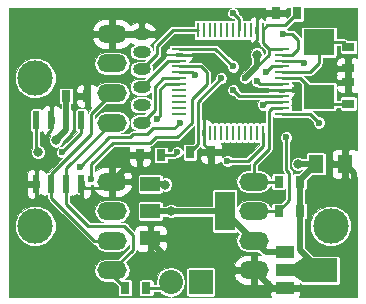
<source format=gbr>
G04 #@! TF.FileFunction,Copper,L2,Bot,Signal*
%FSLAX46Y46*%
G04 Gerber Fmt 4.6, Leading zero omitted, Abs format (unit mm)*
G04 Created by KiCad (PCBNEW 4.0.5) date 01/12/17 11:30:12*
%MOMM*%
%LPD*%
G01*
G04 APERTURE LIST*
%ADD10C,0.100000*%
%ADD11O,2.500000X1.500000*%
%ADD12C,3.000000*%
%ADD13R,1.300000X1.500000*%
%ADD14R,1.000000X0.800000*%
%ADD15R,0.800000X1.000000*%
%ADD16O,1.524000X1.000000*%
%ADD17R,2.032000X2.032000*%
%ADD18O,2.032000X2.032000*%
%ADD19R,1.300000X0.250000*%
%ADD20R,0.250000X1.300000*%
%ADD21R,0.600000X1.550000*%
%ADD22R,2.600000X2.200000*%
%ADD23R,2.600000X2.000000*%
%ADD24R,1.700000X1.200000*%
%ADD25R,1.700000X3.300000*%
%ADD26R,1.501140X1.000760*%
%ADD27R,2.999740X1.998980*%
%ADD28C,0.800000*%
%ADD29C,0.600000*%
%ADD30C,0.250000*%
%ADD31C,0.500000*%
%ADD32C,0.026000*%
G04 APERTURE END LIST*
D10*
D11*
X21000000Y-22500000D03*
X21000000Y-20000000D03*
X21000000Y-17500000D03*
X21000000Y-15000000D03*
D12*
X27500000Y-18750000D03*
D11*
X9000000Y-15000000D03*
X9000000Y-17500000D03*
X9000000Y-20000000D03*
X9000000Y-22500000D03*
D12*
X2500000Y-18750000D03*
D13*
X26250000Y-13500000D03*
X28750000Y-13500000D03*
D14*
X29000000Y-3600000D03*
X29000000Y-5400000D03*
X29000000Y-8400000D03*
X29000000Y-6600000D03*
D15*
X22850000Y-750000D03*
X24650000Y-750000D03*
X17400000Y-12500000D03*
X15600000Y-12500000D03*
X6900000Y-7750000D03*
X5100000Y-7750000D03*
D16*
X11500000Y-2500000D03*
X11500000Y-4000000D03*
X11500000Y-5500000D03*
X11500000Y-7000000D03*
X11500000Y-8500000D03*
X11500000Y-10000000D03*
D17*
X16500000Y-23500000D03*
D18*
X13960000Y-23500000D03*
D15*
X13150000Y-12750000D03*
X11350000Y-12750000D03*
X10100000Y-24000000D03*
X11900000Y-24000000D03*
X24900000Y-17500000D03*
X23100000Y-17500000D03*
X24900000Y-15000000D03*
X23100000Y-15000000D03*
D19*
X23350000Y-3750000D03*
X23350000Y-4250000D03*
X23350000Y-4750000D03*
X23350000Y-5250000D03*
X23350000Y-5750000D03*
X23350000Y-6250000D03*
X23350000Y-6750000D03*
X23350000Y-7250000D03*
X23350000Y-7750000D03*
X23350000Y-8250000D03*
X23350000Y-8750000D03*
X23350000Y-9250000D03*
D20*
X21750000Y-10850000D03*
X21250000Y-10850000D03*
X20750000Y-10850000D03*
X20250000Y-10850000D03*
X19750000Y-10850000D03*
X19250000Y-10850000D03*
X18750000Y-10850000D03*
X18250000Y-10850000D03*
X17750000Y-10850000D03*
X17250000Y-10850000D03*
X16750000Y-10850000D03*
X16250000Y-10850000D03*
D19*
X14650000Y-9250000D03*
X14650000Y-8750000D03*
X14650000Y-8250000D03*
X14650000Y-7750000D03*
X14650000Y-7250000D03*
X14650000Y-6750000D03*
X14650000Y-6250000D03*
X14650000Y-5750000D03*
X14650000Y-5250000D03*
X14650000Y-4750000D03*
X14650000Y-4250000D03*
X14650000Y-3750000D03*
D20*
X16250000Y-2150000D03*
X16750000Y-2150000D03*
X17250000Y-2150000D03*
X17750000Y-2150000D03*
X18250000Y-2150000D03*
X18750000Y-2150000D03*
X19250000Y-2150000D03*
X19750000Y-2150000D03*
X20250000Y-2150000D03*
X20750000Y-2150000D03*
X21250000Y-2150000D03*
X21750000Y-2150000D03*
D21*
X2595000Y-9800000D03*
X3865000Y-9800000D03*
X5135000Y-9800000D03*
X6405000Y-9800000D03*
X6405000Y-15200000D03*
X5135000Y-15200000D03*
X3865000Y-15200000D03*
X2595000Y-15200000D03*
D22*
X26500000Y-3200000D03*
D23*
X26500000Y-7800000D03*
D11*
X9000000Y-2500000D03*
X9000000Y-5000000D03*
X9000000Y-7500000D03*
X9000000Y-10000000D03*
D12*
X2500000Y-6250000D03*
D24*
X12250000Y-19800000D03*
X12250000Y-17500000D03*
X12250000Y-15200000D03*
D25*
X18550000Y-17500000D03*
D26*
X23648340Y-24001140D03*
X23648340Y-22500000D03*
X23648340Y-20998860D03*
D27*
X26599820Y-22500000D03*
D10*
G36*
X24376050Y-21999620D02*
X25125350Y-21499240D01*
X25125350Y-23500760D01*
X24376050Y-23000380D01*
X24376050Y-21999620D01*
X24376050Y-21999620D01*
G37*
D28*
X15500000Y-18500000D03*
D29*
X17000000Y-8700000D03*
D28*
X16000000Y-15250000D03*
D29*
X21750000Y-750000D03*
X27750000Y-13500000D03*
X24500000Y-7250000D03*
X29000000Y-6000000D03*
D28*
X5500000Y-6500000D03*
X3000000Y-16500000D03*
X6000000Y-16500000D03*
D29*
X21250000Y-6500000D03*
D28*
X13500000Y-15250000D03*
X21250000Y-4250000D03*
D29*
X20250000Y-6250000D03*
D28*
X24750000Y-13500000D03*
D29*
X18250000Y-6250000D03*
X19250000Y-7250000D03*
X19250000Y-5250000D03*
D28*
X23500000Y-22500000D03*
X14000000Y-17500000D03*
D29*
X14500000Y-12500000D03*
X18750000Y-13250000D03*
X23750000Y-11250000D03*
X21750000Y-8500000D03*
X12800000Y-9700000D03*
X23500000Y-2500000D03*
X25250000Y-5000000D03*
X22000000Y-5750000D03*
X26500000Y-10000000D03*
X14750000Y-10000000D03*
X16000000Y-6000000D03*
X6250000Y-13750000D03*
X4750000Y-12500000D03*
D28*
X2750000Y-12500000D03*
D29*
X7250000Y-14750000D03*
X19250000Y-750000D03*
D28*
X4250000Y-11500000D03*
D30*
X11350000Y-12750000D02*
X11350000Y-14000000D01*
X11350000Y-14000000D02*
X11500000Y-14000000D01*
D31*
X12250000Y-19800000D02*
X14200000Y-19800000D01*
X14200000Y-19800000D02*
X15500000Y-18500000D01*
X16000000Y-15250000D02*
X17400000Y-13850000D01*
X17400000Y-13850000D02*
X17400000Y-12500000D01*
D30*
X17000000Y-8700000D02*
X17000000Y-8500000D01*
X21750000Y-750000D02*
X22850000Y-750000D01*
X16750000Y-10850000D02*
X16750000Y-11850000D01*
X16750000Y-11850000D02*
X17400000Y-12500000D01*
D31*
X9000000Y-15000000D02*
X10000000Y-14000000D01*
X14750000Y-14000000D02*
X16000000Y-15250000D01*
X10000000Y-14000000D02*
X11500000Y-14000000D01*
X11500000Y-14000000D02*
X13250000Y-14000000D01*
X13250000Y-14000000D02*
X14750000Y-14000000D01*
D30*
X3865000Y-9800000D02*
X3865000Y-10635000D01*
X3500000Y-11000000D02*
X3500000Y-13000000D01*
X3865000Y-10635000D02*
X3500000Y-11000000D01*
X21250000Y-1250000D02*
X21250000Y-2150000D01*
X21750000Y-750000D02*
X21250000Y-1250000D01*
X21250000Y-2150000D02*
X21250000Y-3000000D01*
X20000000Y-4250000D02*
X20000000Y-5500000D01*
X21250000Y-3000000D02*
X20000000Y-4250000D01*
X27750000Y-13500000D02*
X28750000Y-13500000D01*
X14650000Y-4250000D02*
X17250000Y-4250000D01*
X17250000Y-4250000D02*
X19250000Y-6250000D01*
X23350000Y-7250000D02*
X20250000Y-7250000D01*
X20250000Y-7250000D02*
X19250000Y-6250000D01*
X20000000Y-5500000D02*
X19250000Y-6250000D01*
X16750000Y-8750000D02*
X16750000Y-10850000D01*
X19250000Y-6250000D02*
X17000000Y-8500000D01*
X17000000Y-8500000D02*
X16750000Y-8750000D01*
X23350000Y-7250000D02*
X24500000Y-7250000D01*
X29000000Y-5400000D02*
X29000000Y-6000000D01*
X29000000Y-6000000D02*
X29000000Y-6600000D01*
D31*
X28750000Y-13500000D02*
X29500000Y-14250000D01*
X29500000Y-14250000D02*
X29500000Y-23000000D01*
X29500000Y-23000000D02*
X28498860Y-24001140D01*
X28498860Y-24001140D02*
X23648340Y-24001140D01*
X5500000Y-6500000D02*
X6500000Y-6500000D01*
X6900000Y-6900000D02*
X6900000Y-7750000D01*
X6500000Y-6500000D02*
X6900000Y-6900000D01*
D30*
X6405000Y-15200000D02*
X6705000Y-15500000D01*
X6705000Y-15500000D02*
X8500000Y-15500000D01*
X8500000Y-15500000D02*
X9000000Y-15000000D01*
X6405000Y-15200000D02*
X6405000Y-16095000D01*
X2595000Y-16095000D02*
X2595000Y-15200000D01*
X3000000Y-16500000D02*
X2595000Y-16095000D01*
X6405000Y-16095000D02*
X6000000Y-16500000D01*
X3500000Y-13000000D02*
X2595000Y-13905000D01*
X2595000Y-13905000D02*
X2595000Y-15200000D01*
D31*
X21000000Y-22500000D02*
X18500000Y-22500000D01*
X18500000Y-22500000D02*
X18000000Y-22000000D01*
X18000000Y-22000000D02*
X14200000Y-22000000D01*
X14200000Y-22000000D02*
X12000000Y-19800000D01*
X23648340Y-24001140D02*
X22501140Y-24001140D01*
X22501140Y-24001140D02*
X21000000Y-22500000D01*
X11500000Y-2500000D02*
X9000000Y-2500000D01*
D30*
X23350000Y-6750000D02*
X21500000Y-6750000D01*
X21500000Y-6750000D02*
X21250000Y-6500000D01*
D31*
X12000000Y-15200000D02*
X13450000Y-15200000D01*
X13450000Y-15200000D02*
X13500000Y-15250000D01*
D30*
X23648340Y-22500000D02*
X24750700Y-22500000D01*
X26599820Y-22500000D02*
X23648340Y-22500000D01*
X21750000Y-2150000D02*
X22150000Y-1750000D01*
X23650000Y-1750000D02*
X24650000Y-750000D01*
X22150000Y-1750000D02*
X23650000Y-1750000D01*
X16250000Y-10850000D02*
X16250000Y-11850000D01*
X16250000Y-11850000D02*
X15600000Y-12500000D01*
X22250000Y-3750000D02*
X22250000Y-4250000D01*
X22250000Y-4250000D02*
X21250000Y-5250000D01*
D31*
X21250000Y-4250000D02*
X21250000Y-5250000D01*
X21250000Y-5250000D02*
X20250000Y-6250000D01*
X24750000Y-13500000D02*
X26250000Y-13500000D01*
D30*
X16250000Y-8250000D02*
X18250000Y-6250000D01*
X16250000Y-8250000D02*
X16250000Y-10850000D01*
X19750000Y-7750000D02*
X19250000Y-7250000D01*
X19750000Y-7750000D02*
X23350000Y-7750000D01*
X17750000Y-3750000D02*
X14650000Y-3750000D01*
X17750000Y-3750000D02*
X19250000Y-5250000D01*
X21750000Y-2150000D02*
X21750000Y-3250000D01*
X22250000Y-3750000D02*
X23350000Y-3750000D01*
X21750000Y-3250000D02*
X22250000Y-3750000D01*
D31*
X24900000Y-17500000D02*
X24900000Y-20800180D01*
X24900000Y-20800180D02*
X26599820Y-22500000D01*
X24900000Y-15000000D02*
X24900000Y-14850000D01*
X24900000Y-14850000D02*
X26250000Y-13500000D01*
X24900000Y-15000000D02*
X24900000Y-17500000D01*
X23500000Y-22500000D02*
X23648340Y-22500000D01*
D30*
X29000000Y-3600000D02*
X28600000Y-3200000D01*
X28600000Y-3200000D02*
X26500000Y-3200000D01*
X23350000Y-5750000D02*
X25750000Y-5750000D01*
X26500000Y-5000000D02*
X26500000Y-3200000D01*
X25750000Y-5750000D02*
X26500000Y-5000000D01*
X26500000Y-7800000D02*
X27100000Y-8400000D01*
X27100000Y-8400000D02*
X29000000Y-8400000D01*
X23350000Y-6250000D02*
X24950000Y-6250000D01*
X24950000Y-6250000D02*
X26500000Y-7800000D01*
D31*
X18550000Y-17500000D02*
X18550000Y-17550000D01*
X18550000Y-17550000D02*
X21000000Y-20000000D01*
X12250000Y-17500000D02*
X14000000Y-17500000D01*
X14000000Y-17500000D02*
X18550000Y-17500000D01*
X21000000Y-20000000D02*
X21998860Y-20998860D01*
X21998860Y-20998860D02*
X23648340Y-20998860D01*
D30*
X14250000Y-12750000D02*
X13150000Y-12750000D01*
X14500000Y-12500000D02*
X14250000Y-12750000D01*
X21750000Y-10850000D02*
X21750000Y-12000000D01*
X20500000Y-13250000D02*
X18750000Y-13250000D01*
X21750000Y-12000000D02*
X20500000Y-13250000D01*
X9000000Y-22500000D02*
X9000000Y-22900000D01*
X9000000Y-22900000D02*
X10100000Y-24000000D01*
X5135000Y-15200000D02*
X5135000Y-13865000D01*
X5135000Y-13865000D02*
X9000000Y-10000000D01*
X5135000Y-15200000D02*
X5135000Y-16885000D01*
X10750000Y-20750000D02*
X9000000Y-22500000D01*
X10750000Y-19500000D02*
X10750000Y-20750000D01*
X10000000Y-18750000D02*
X10750000Y-19500000D01*
X7000000Y-18750000D02*
X10000000Y-18750000D01*
X5135000Y-16885000D02*
X7000000Y-18750000D01*
X3865000Y-15200000D02*
X3865000Y-14385000D01*
X7250000Y-9250000D02*
X9000000Y-7500000D01*
X7250000Y-11000000D02*
X7250000Y-9250000D01*
X3865000Y-14385000D02*
X7250000Y-11000000D01*
X3865000Y-15200000D02*
X3865000Y-16365000D01*
X7500000Y-20000000D02*
X9000000Y-20000000D01*
X3865000Y-16365000D02*
X7500000Y-20000000D01*
X21000000Y-15000000D02*
X23100000Y-15000000D01*
X21000000Y-15000000D02*
X21000000Y-13500000D01*
X22500000Y-8750000D02*
X23350000Y-8750000D01*
X22250000Y-9000000D02*
X22500000Y-8750000D01*
X22250000Y-12250000D02*
X22250000Y-9000000D01*
X21000000Y-13500000D02*
X22250000Y-12250000D01*
X24000000Y-16600000D02*
X24000000Y-14250000D01*
X24000000Y-14250000D02*
X23750000Y-14000000D01*
X23750000Y-14000000D02*
X23750000Y-11250000D01*
X23100000Y-17500000D02*
X24000000Y-16600000D01*
X22000000Y-8250000D02*
X23350000Y-8250000D01*
X21750000Y-8500000D02*
X22000000Y-8250000D01*
X21000000Y-17500000D02*
X23100000Y-17500000D01*
X11500000Y-5500000D02*
X12800000Y-4200000D01*
X14150000Y-2150000D02*
X16250000Y-2150000D01*
X12800000Y-3500000D02*
X14150000Y-2150000D01*
X12800000Y-4200000D02*
X12800000Y-3500000D01*
X11500000Y-5500000D02*
X12000000Y-5500000D01*
X11500000Y-7000000D02*
X13750000Y-4750000D01*
X13750000Y-4750000D02*
X14650000Y-4750000D01*
X14650000Y-6750000D02*
X13550000Y-6750000D01*
X13100000Y-9400000D02*
X12800000Y-9700000D01*
X13100000Y-7200000D02*
X13100000Y-9400000D01*
X13550000Y-6750000D02*
X13100000Y-7200000D01*
X14650000Y-6250000D02*
X13350000Y-6250000D01*
X12600000Y-8900000D02*
X11500000Y-10000000D01*
X12600000Y-7000000D02*
X12600000Y-8900000D01*
X13350000Y-6250000D02*
X12600000Y-7000000D01*
X11900000Y-24000000D02*
X13460000Y-24000000D01*
X13460000Y-24000000D02*
X13960000Y-23500000D01*
X23350000Y-4250000D02*
X24250000Y-4250000D01*
X24250000Y-2500000D02*
X23500000Y-2500000D01*
X24750000Y-3000000D02*
X24250000Y-2500000D01*
X24750000Y-3750000D02*
X24750000Y-3000000D01*
X24250000Y-4250000D02*
X24750000Y-3750000D01*
X25250000Y-5000000D02*
X25000000Y-4750000D01*
X25000000Y-4750000D02*
X23350000Y-4750000D01*
X23350000Y-5250000D02*
X22500000Y-5250000D01*
X22500000Y-5250000D02*
X22000000Y-5750000D01*
X23350000Y-9250000D02*
X25750000Y-9250000D01*
X25750000Y-9250000D02*
X26500000Y-10000000D01*
X14750000Y-10000000D02*
X14250000Y-10500000D01*
X14650000Y-5750000D02*
X15750000Y-5750000D01*
X15750000Y-5750000D02*
X16000000Y-6000000D01*
X12000000Y-11000000D02*
X12500000Y-10500000D01*
X12500000Y-10500000D02*
X14250000Y-10500000D01*
X10750000Y-11000000D02*
X10500000Y-11250000D01*
X12000000Y-11000000D02*
X10750000Y-11000000D01*
X6405000Y-9800000D02*
X6405000Y-10845000D01*
X8750000Y-11250000D02*
X10500000Y-11250000D01*
X6250000Y-13750000D02*
X8750000Y-11250000D01*
X6405000Y-10845000D02*
X4750000Y-12500000D01*
X14650000Y-5250000D02*
X16500000Y-5250000D01*
X17000000Y-6750000D02*
X15750000Y-8000000D01*
X17000000Y-5750000D02*
X17000000Y-6750000D01*
X16500000Y-5250000D02*
X17000000Y-5750000D01*
X15750000Y-10000000D02*
X14500000Y-11250000D01*
X15750000Y-8000000D02*
X15750000Y-10000000D01*
X12250000Y-11700002D02*
X12700002Y-11250000D01*
X2595000Y-12345000D02*
X2750000Y-12500000D01*
X7250000Y-14750000D02*
X7250000Y-13500000D01*
X7250000Y-13500000D02*
X9049998Y-11700002D01*
X9049998Y-11700002D02*
X12250000Y-11700002D01*
X2595000Y-9800000D02*
X2595000Y-12345000D01*
X12700002Y-11250000D02*
X14500000Y-11250000D01*
X19750000Y-2150000D02*
X19750000Y-1250000D01*
X19750000Y-1250000D02*
X19250000Y-750000D01*
D31*
X5135000Y-9800000D02*
X5135000Y-10615000D01*
X5135000Y-10615000D02*
X4250000Y-11500000D01*
X5135000Y-9800000D02*
X5100000Y-9765000D01*
X5100000Y-9765000D02*
X5100000Y-7750000D01*
X5135000Y-9135000D02*
X5135000Y-9800000D01*
D32*
G36*
X18959789Y-314846D02*
X18815354Y-459030D01*
X18737090Y-647510D01*
X18736911Y-851594D01*
X18814846Y-1040211D01*
X18959030Y-1184646D01*
X19147510Y-1262910D01*
X19285027Y-1263031D01*
X19304824Y-1282828D01*
X19125000Y-1282828D01*
X19046067Y-1297680D01*
X18999780Y-1327465D01*
X18959492Y-1299938D01*
X18875000Y-1282828D01*
X18625000Y-1282828D01*
X18546067Y-1297680D01*
X18499780Y-1327465D01*
X18459492Y-1299938D01*
X18375000Y-1282828D01*
X18125000Y-1282828D01*
X18046067Y-1297680D01*
X17999780Y-1327465D01*
X17959492Y-1299938D01*
X17875000Y-1282828D01*
X17625000Y-1282828D01*
X17546067Y-1297680D01*
X17499780Y-1327465D01*
X17459492Y-1299938D01*
X17375000Y-1282828D01*
X17125000Y-1282828D01*
X17046067Y-1297680D01*
X16999780Y-1327465D01*
X16959492Y-1299938D01*
X16875000Y-1282828D01*
X16625000Y-1282828D01*
X16546067Y-1297680D01*
X16499780Y-1327465D01*
X16459492Y-1299938D01*
X16375000Y-1282828D01*
X16125000Y-1282828D01*
X16046067Y-1297680D01*
X15973572Y-1344329D01*
X15924938Y-1415508D01*
X15907828Y-1500000D01*
X15907828Y-1812000D01*
X14150000Y-1812000D01*
X14020653Y-1837729D01*
X13910998Y-1910998D01*
X12560998Y-3260998D01*
X12487729Y-3370653D01*
X12462000Y-3500000D01*
X12462000Y-3838618D01*
X12439827Y-3727147D01*
X12285268Y-3495833D01*
X12172420Y-3420431D01*
X12278858Y-3383626D01*
X12577664Y-3118571D01*
X12704233Y-2893239D01*
X12619528Y-2741000D01*
X11741000Y-2741000D01*
X11741000Y-2761000D01*
X11259000Y-2761000D01*
X11259000Y-2741000D01*
X9241000Y-2741000D01*
X9241000Y-3771000D01*
X9741000Y-3771000D01*
X10209046Y-3582024D01*
X10558191Y-3239081D01*
X10721142Y-3383626D01*
X10827580Y-3420431D01*
X10714732Y-3495833D01*
X10560173Y-3727147D01*
X10505899Y-4000000D01*
X10560173Y-4272853D01*
X10714732Y-4504167D01*
X10946046Y-4658726D01*
X11218899Y-4713000D01*
X11781101Y-4713000D01*
X11815922Y-4706074D01*
X11734996Y-4787000D01*
X11218899Y-4787000D01*
X10946046Y-4841274D01*
X10714732Y-4995833D01*
X10560173Y-5227147D01*
X10505899Y-5500000D01*
X10560173Y-5772853D01*
X10714732Y-6004167D01*
X10946046Y-6158726D01*
X11218899Y-6213000D01*
X11781101Y-6213000D01*
X11815922Y-6206074D01*
X11734996Y-6287000D01*
X11218899Y-6287000D01*
X10946046Y-6341274D01*
X10714732Y-6495833D01*
X10560173Y-6727147D01*
X10505899Y-7000000D01*
X10560173Y-7272853D01*
X10714732Y-7504167D01*
X10946046Y-7658726D01*
X11218899Y-7713000D01*
X11781101Y-7713000D01*
X12053954Y-7658726D01*
X12262000Y-7519714D01*
X12262000Y-7980286D01*
X12053954Y-7841274D01*
X11781101Y-7787000D01*
X11218899Y-7787000D01*
X10946046Y-7841274D01*
X10714732Y-7995833D01*
X10560173Y-8227147D01*
X10505899Y-8500000D01*
X10560173Y-8772853D01*
X10714732Y-9004167D01*
X10946046Y-9158726D01*
X11218899Y-9213000D01*
X11781101Y-9213000D01*
X11815922Y-9206074D01*
X11734996Y-9287000D01*
X11218899Y-9287000D01*
X10946046Y-9341274D01*
X10714732Y-9495833D01*
X10560173Y-9727147D01*
X10505899Y-10000000D01*
X10560173Y-10272853D01*
X10714732Y-10504167D01*
X10946046Y-10658726D01*
X10962505Y-10662000D01*
X10750000Y-10662000D01*
X10620653Y-10687729D01*
X10510998Y-10760998D01*
X10359996Y-10912000D01*
X9785056Y-10912000D01*
X9897186Y-10889696D01*
X10209606Y-10680944D01*
X10418358Y-10368524D01*
X10491662Y-10000000D01*
X10418358Y-9631476D01*
X10209606Y-9319056D01*
X9897186Y-9110304D01*
X9528662Y-9037000D01*
X8471338Y-9037000D01*
X8102814Y-9110304D01*
X7790394Y-9319056D01*
X7588000Y-9621961D01*
X7588000Y-9390004D01*
X8515004Y-8463000D01*
X9528662Y-8463000D01*
X9897186Y-8389696D01*
X10209606Y-8180944D01*
X10418358Y-7868524D01*
X10491662Y-7500000D01*
X10418358Y-7131476D01*
X10209606Y-6819056D01*
X9897186Y-6610304D01*
X9528662Y-6537000D01*
X8471338Y-6537000D01*
X8102814Y-6610304D01*
X7790394Y-6819056D01*
X7716481Y-6929676D01*
X7595122Y-6808317D01*
X7403633Y-6729000D01*
X7230250Y-6729000D01*
X7100000Y-6859250D01*
X7100000Y-7509000D01*
X7161000Y-7509000D01*
X7161000Y-7991000D01*
X7100000Y-7991000D01*
X7100000Y-8640750D01*
X7230250Y-8771000D01*
X7250996Y-8771000D01*
X7010998Y-9010998D01*
X6937729Y-9120653D01*
X6922172Y-9198862D01*
X6922172Y-9025000D01*
X6907320Y-8946067D01*
X6860671Y-8873572D01*
X6789492Y-8824938D01*
X6705000Y-8807828D01*
X6105000Y-8807828D01*
X6026067Y-8822680D01*
X5953572Y-8869329D01*
X5904938Y-8940508D01*
X5887828Y-9025000D01*
X5887828Y-10575000D01*
X5902680Y-10653933D01*
X5949329Y-10726428D01*
X6006503Y-10765493D01*
X4784965Y-11987031D01*
X4648406Y-11986911D01*
X4616845Y-11999952D01*
X4769373Y-11847690D01*
X4862893Y-11622468D01*
X4862963Y-11541817D01*
X5462390Y-10942390D01*
X5562756Y-10792183D01*
X5573313Y-10739111D01*
X5586428Y-10730671D01*
X5635062Y-10659492D01*
X5652172Y-10575000D01*
X5652172Y-9025000D01*
X5637320Y-8946067D01*
X5590671Y-8873572D01*
X5563000Y-8854665D01*
X5563000Y-8455318D01*
X5578933Y-8452320D01*
X5651428Y-8405671D01*
X5700062Y-8334492D01*
X5717172Y-8250000D01*
X5717172Y-8121250D01*
X5979000Y-8121250D01*
X5979000Y-8353634D01*
X6058318Y-8545123D01*
X6204878Y-8691683D01*
X6396367Y-8771000D01*
X6569750Y-8771000D01*
X6700000Y-8640750D01*
X6700000Y-7991000D01*
X6109250Y-7991000D01*
X5979000Y-8121250D01*
X5717172Y-8121250D01*
X5717172Y-7250000D01*
X5702320Y-7171067D01*
X5686426Y-7146366D01*
X5979000Y-7146366D01*
X5979000Y-7378750D01*
X6109250Y-7509000D01*
X6700000Y-7509000D01*
X6700000Y-6859250D01*
X6569750Y-6729000D01*
X6396367Y-6729000D01*
X6204878Y-6808317D01*
X6058318Y-6954877D01*
X5979000Y-7146366D01*
X5686426Y-7146366D01*
X5655671Y-7098572D01*
X5584492Y-7049938D01*
X5500000Y-7032828D01*
X4700000Y-7032828D01*
X4621067Y-7047680D01*
X4548572Y-7094329D01*
X4499938Y-7165508D01*
X4482828Y-7250000D01*
X4482828Y-8250000D01*
X4497680Y-8328933D01*
X4544329Y-8401428D01*
X4615508Y-8450062D01*
X4637000Y-8454414D01*
X4637000Y-8803070D01*
X4606683Y-8729878D01*
X4460123Y-8583318D01*
X4268634Y-8504000D01*
X4145250Y-8504000D01*
X4015000Y-8634250D01*
X4015000Y-9559000D01*
X4126000Y-9559000D01*
X4126000Y-10041000D01*
X4015000Y-10041000D01*
X4015000Y-10061000D01*
X3715000Y-10061000D01*
X3715000Y-10041000D01*
X3604000Y-10041000D01*
X3604000Y-9559000D01*
X3715000Y-9559000D01*
X3715000Y-8634250D01*
X3584750Y-8504000D01*
X3461366Y-8504000D01*
X3269877Y-8583318D01*
X3123317Y-8729878D01*
X3058657Y-8885982D01*
X3050671Y-8873572D01*
X2979492Y-8824938D01*
X2895000Y-8807828D01*
X2295000Y-8807828D01*
X2216067Y-8822680D01*
X2143572Y-8869329D01*
X2094938Y-8940508D01*
X2077828Y-9025000D01*
X2077828Y-10575000D01*
X2092680Y-10653933D01*
X2139329Y-10726428D01*
X2210508Y-10775062D01*
X2257000Y-10784477D01*
X2257000Y-12125983D01*
X2230627Y-12152310D01*
X2137107Y-12377532D01*
X2136894Y-12621398D01*
X2230021Y-12846783D01*
X2402310Y-13019373D01*
X2627532Y-13112893D01*
X2871398Y-13113106D01*
X3096783Y-13019979D01*
X3269373Y-12847690D01*
X3362893Y-12622468D01*
X3363106Y-12378602D01*
X3269979Y-12153217D01*
X3097690Y-11980627D01*
X2933000Y-11912242D01*
X2933000Y-10785022D01*
X2973933Y-10777320D01*
X3046428Y-10730671D01*
X3058336Y-10713243D01*
X3123317Y-10870122D01*
X3269877Y-11016682D01*
X3461366Y-11096000D01*
X3584750Y-11096000D01*
X3623998Y-11056752D01*
X3623998Y-11096000D01*
X3787035Y-11096000D01*
X3730627Y-11152310D01*
X3637107Y-11377532D01*
X3636894Y-11621398D01*
X3730021Y-11846783D01*
X3902310Y-12019373D01*
X4127532Y-12112893D01*
X4371398Y-12113106D01*
X4439727Y-12084873D01*
X4315354Y-12209030D01*
X4237090Y-12397510D01*
X4236911Y-12601594D01*
X4314846Y-12790211D01*
X4459030Y-12934646D01*
X4647510Y-13012910D01*
X4758988Y-13013008D01*
X3625998Y-14145998D01*
X3584685Y-14207828D01*
X3565000Y-14207828D01*
X3486067Y-14222680D01*
X3413572Y-14269329D01*
X3401664Y-14286757D01*
X3336683Y-14129878D01*
X3190123Y-13983318D01*
X2998634Y-13904000D01*
X2875250Y-13904000D01*
X2745000Y-14034250D01*
X2745000Y-14959000D01*
X2856000Y-14959000D01*
X2856000Y-15441000D01*
X2745000Y-15441000D01*
X2745000Y-16365750D01*
X2875250Y-16496000D01*
X2998634Y-16496000D01*
X3190123Y-16416682D01*
X3336683Y-16270122D01*
X3401343Y-16114018D01*
X3409329Y-16126428D01*
X3480508Y-16175062D01*
X3527000Y-16184477D01*
X3527000Y-16365000D01*
X3552729Y-16494347D01*
X3625998Y-16604002D01*
X7260998Y-20239002D01*
X7370653Y-20312271D01*
X7500000Y-20338000D01*
X7575570Y-20338000D01*
X7581642Y-20368524D01*
X7790394Y-20680944D01*
X8102814Y-20889696D01*
X8471338Y-20963000D01*
X9528662Y-20963000D01*
X9897186Y-20889696D01*
X10209606Y-20680944D01*
X10412000Y-20378039D01*
X10412000Y-20609996D01*
X9484996Y-21537000D01*
X8471338Y-21537000D01*
X8102814Y-21610304D01*
X7790394Y-21819056D01*
X7581642Y-22131476D01*
X7508338Y-22500000D01*
X7581642Y-22868524D01*
X7790394Y-23180944D01*
X8102814Y-23389696D01*
X8471338Y-23463000D01*
X9084996Y-23463000D01*
X9482828Y-23860832D01*
X9482828Y-24500000D01*
X9497680Y-24578933D01*
X9544329Y-24651428D01*
X9615508Y-24700062D01*
X9700000Y-24717172D01*
X10500000Y-24717172D01*
X10578933Y-24702320D01*
X10651428Y-24655671D01*
X10700062Y-24584492D01*
X10717172Y-24500000D01*
X10717172Y-23500000D01*
X10702320Y-23421067D01*
X10655671Y-23348572D01*
X10584492Y-23299938D01*
X10500000Y-23282828D01*
X10057126Y-23282828D01*
X10209606Y-23180944D01*
X10418358Y-22868524D01*
X10491662Y-22500000D01*
X10418358Y-22131476D01*
X10375107Y-22066746D01*
X19305123Y-22066746D01*
X19384998Y-22259000D01*
X20759000Y-22259000D01*
X20759000Y-21229000D01*
X20259000Y-21229000D01*
X19790954Y-21417976D01*
X19430854Y-21771680D01*
X19305123Y-22066746D01*
X10375107Y-22066746D01*
X10209606Y-21819056D01*
X10179239Y-21798765D01*
X10989002Y-20989002D01*
X11062271Y-20879347D01*
X11075589Y-20812394D01*
X11104877Y-20841682D01*
X11296366Y-20921000D01*
X11878750Y-20921000D01*
X12009000Y-20790750D01*
X12009000Y-20041000D01*
X12491000Y-20041000D01*
X12491000Y-20790750D01*
X12621250Y-20921000D01*
X13203634Y-20921000D01*
X13395123Y-20841682D01*
X13541683Y-20695122D01*
X13621000Y-20503633D01*
X13621000Y-20171250D01*
X13490750Y-20041000D01*
X12491000Y-20041000D01*
X12009000Y-20041000D01*
X11989000Y-20041000D01*
X11989000Y-19559000D01*
X12009000Y-19559000D01*
X12009000Y-18809250D01*
X12491000Y-18809250D01*
X12491000Y-19559000D01*
X13490750Y-19559000D01*
X13621000Y-19428750D01*
X13621000Y-19096367D01*
X13541683Y-18904878D01*
X13395123Y-18758318D01*
X13203634Y-18679000D01*
X12621250Y-18679000D01*
X12491000Y-18809250D01*
X12009000Y-18809250D01*
X11878750Y-18679000D01*
X11296366Y-18679000D01*
X11104877Y-18758318D01*
X10958317Y-18904878D01*
X10879000Y-19096367D01*
X10879000Y-19150996D01*
X10239002Y-18510998D01*
X10129347Y-18437729D01*
X10000000Y-18412000D01*
X9785056Y-18412000D01*
X9897186Y-18389696D01*
X10209606Y-18180944D01*
X10418358Y-17868524D01*
X10491662Y-17500000D01*
X10418358Y-17131476D01*
X10209606Y-16819056D01*
X9897186Y-16610304D01*
X9528662Y-16537000D01*
X8471338Y-16537000D01*
X8102814Y-16610304D01*
X7790394Y-16819056D01*
X7581642Y-17131476D01*
X7508338Y-17500000D01*
X7581642Y-17868524D01*
X7790394Y-18180944D01*
X8102814Y-18389696D01*
X8214944Y-18412000D01*
X7140004Y-18412000D01*
X5473000Y-16744996D01*
X5473000Y-16185022D01*
X5513933Y-16177320D01*
X5586428Y-16130671D01*
X5598336Y-16113243D01*
X5663317Y-16270122D01*
X5809877Y-16416682D01*
X6001366Y-16496000D01*
X6124750Y-16496000D01*
X6255000Y-16365750D01*
X6255000Y-15441000D01*
X6144000Y-15441000D01*
X6144000Y-14959000D01*
X6255000Y-14959000D01*
X6255000Y-14939000D01*
X6555000Y-14939000D01*
X6555000Y-14959000D01*
X6666000Y-14959000D01*
X6666000Y-15441000D01*
X6555000Y-15441000D01*
X6555000Y-16365750D01*
X6685250Y-16496000D01*
X6808634Y-16496000D01*
X7000123Y-16416682D01*
X7146683Y-16270122D01*
X7226000Y-16078633D01*
X7226000Y-15571250D01*
X7095752Y-15441002D01*
X7226000Y-15441002D01*
X7226000Y-15262979D01*
X7351594Y-15263089D01*
X7380842Y-15251004D01*
X7305123Y-15433254D01*
X7430854Y-15728320D01*
X7790954Y-16082024D01*
X8259000Y-16271000D01*
X8759000Y-16271000D01*
X8759000Y-15241000D01*
X9241000Y-15241000D01*
X9241000Y-16271000D01*
X9741000Y-16271000D01*
X10209046Y-16082024D01*
X10569146Y-15728320D01*
X10694877Y-15433254D01*
X10615002Y-15241000D01*
X9241000Y-15241000D01*
X8759000Y-15241000D01*
X8739000Y-15241000D01*
X8739000Y-14759000D01*
X8759000Y-14759000D01*
X8759000Y-13729000D01*
X9241000Y-13729000D01*
X9241000Y-14759000D01*
X10615002Y-14759000D01*
X10681061Y-14600000D01*
X11182828Y-14600000D01*
X11182828Y-15800000D01*
X11197680Y-15878933D01*
X11244329Y-15951428D01*
X11315508Y-16000062D01*
X11400000Y-16017172D01*
X13100000Y-16017172D01*
X13178933Y-16002320D01*
X13251428Y-15955671D01*
X13300062Y-15884492D01*
X13310106Y-15834895D01*
X13377532Y-15862893D01*
X13621398Y-15863106D01*
X13846783Y-15769979D01*
X14019373Y-15597690D01*
X14112893Y-15372468D01*
X14113106Y-15128602D01*
X14019979Y-14903217D01*
X13847690Y-14730627D01*
X13622468Y-14637107D01*
X13378602Y-14636894D01*
X13317172Y-14662276D01*
X13317172Y-14600000D01*
X13302320Y-14521067D01*
X13255671Y-14448572D01*
X13184492Y-14399938D01*
X13100000Y-14382828D01*
X11400000Y-14382828D01*
X11321067Y-14397680D01*
X11248572Y-14444329D01*
X11199938Y-14515508D01*
X11182828Y-14600000D01*
X10681061Y-14600000D01*
X10694877Y-14566746D01*
X10569146Y-14271680D01*
X10209046Y-13917976D01*
X9741000Y-13729000D01*
X9241000Y-13729000D01*
X8759000Y-13729000D01*
X8259000Y-13729000D01*
X7790954Y-13917976D01*
X7588000Y-14117325D01*
X7588000Y-13640004D01*
X8106754Y-13121250D01*
X10429000Y-13121250D01*
X10429000Y-13353634D01*
X10508318Y-13545123D01*
X10654878Y-13691683D01*
X10846367Y-13771000D01*
X11019750Y-13771000D01*
X11150000Y-13640750D01*
X11150000Y-12991000D01*
X11550000Y-12991000D01*
X11550000Y-13640750D01*
X11680250Y-13771000D01*
X11853633Y-13771000D01*
X12045122Y-13691683D01*
X12191682Y-13545123D01*
X12271000Y-13353634D01*
X12271000Y-13121250D01*
X12140750Y-12991000D01*
X11550000Y-12991000D01*
X11150000Y-12991000D01*
X10559250Y-12991000D01*
X10429000Y-13121250D01*
X8106754Y-13121250D01*
X9190002Y-12038002D01*
X10473886Y-12038002D01*
X10429000Y-12146366D01*
X10429000Y-12378750D01*
X10559250Y-12509000D01*
X11150000Y-12509000D01*
X11150000Y-12489000D01*
X11550000Y-12489000D01*
X11550000Y-12509000D01*
X12140750Y-12509000D01*
X12271000Y-12378750D01*
X12271000Y-12146366D01*
X12226114Y-12038002D01*
X12250000Y-12038002D01*
X12379347Y-12012273D01*
X12489002Y-11939004D01*
X12840006Y-11588000D01*
X14500000Y-11588000D01*
X14629347Y-11562271D01*
X14739002Y-11489002D01*
X15907828Y-10320176D01*
X15907828Y-11500000D01*
X15912000Y-11522173D01*
X15912000Y-11709996D01*
X15839168Y-11782828D01*
X15200000Y-11782828D01*
X15121067Y-11797680D01*
X15048572Y-11844329D01*
X14999938Y-11915508D01*
X14982828Y-12000000D01*
X14982828Y-12325169D01*
X14935154Y-12209789D01*
X14790970Y-12065354D01*
X14602490Y-11987090D01*
X14398406Y-11986911D01*
X14209789Y-12064846D01*
X14065354Y-12209030D01*
X13987090Y-12397510D01*
X13987077Y-12412000D01*
X13767172Y-12412000D01*
X13767172Y-12250000D01*
X13752320Y-12171067D01*
X13705671Y-12098572D01*
X13634492Y-12049938D01*
X13550000Y-12032828D01*
X12750000Y-12032828D01*
X12671067Y-12047680D01*
X12598572Y-12094329D01*
X12549938Y-12165508D01*
X12532828Y-12250000D01*
X12532828Y-13250000D01*
X12547680Y-13328933D01*
X12594329Y-13401428D01*
X12665508Y-13450062D01*
X12750000Y-13467172D01*
X13550000Y-13467172D01*
X13628933Y-13452320D01*
X13701428Y-13405671D01*
X13750062Y-13334492D01*
X13767172Y-13250000D01*
X13767172Y-13088000D01*
X14250000Y-13088000D01*
X14379347Y-13062271D01*
X14453148Y-13012959D01*
X14601594Y-13013089D01*
X14790211Y-12935154D01*
X14934646Y-12790970D01*
X14982828Y-12674935D01*
X14982828Y-13000000D01*
X14997680Y-13078933D01*
X15044329Y-13151428D01*
X15115508Y-13200062D01*
X15200000Y-13217172D01*
X16000000Y-13217172D01*
X16078933Y-13202320D01*
X16151428Y-13155671D01*
X16200062Y-13084492D01*
X16217172Y-13000000D01*
X16217172Y-12871250D01*
X16479000Y-12871250D01*
X16479000Y-13103634D01*
X16558318Y-13295123D01*
X16704878Y-13441683D01*
X16896367Y-13521000D01*
X17069750Y-13521000D01*
X17200000Y-13390750D01*
X17200000Y-12741000D01*
X16609250Y-12741000D01*
X16479000Y-12871250D01*
X16217172Y-12871250D01*
X16217172Y-12360832D01*
X16479000Y-12099004D01*
X16479000Y-12128750D01*
X16609250Y-12259000D01*
X17200000Y-12259000D01*
X17200000Y-12239000D01*
X17600000Y-12239000D01*
X17600000Y-12259000D01*
X18190750Y-12259000D01*
X18321000Y-12128750D01*
X18321000Y-11896366D01*
X18246775Y-11717172D01*
X18375000Y-11717172D01*
X18453933Y-11702320D01*
X18500220Y-11672535D01*
X18540508Y-11700062D01*
X18625000Y-11717172D01*
X18875000Y-11717172D01*
X18953933Y-11702320D01*
X19000220Y-11672535D01*
X19040508Y-11700062D01*
X19125000Y-11717172D01*
X19375000Y-11717172D01*
X19453933Y-11702320D01*
X19500220Y-11672535D01*
X19540508Y-11700062D01*
X19625000Y-11717172D01*
X19875000Y-11717172D01*
X19953933Y-11702320D01*
X20000220Y-11672535D01*
X20040508Y-11700062D01*
X20125000Y-11717172D01*
X20375000Y-11717172D01*
X20453933Y-11702320D01*
X20500220Y-11672535D01*
X20540508Y-11700062D01*
X20625000Y-11717172D01*
X20875000Y-11717172D01*
X20953933Y-11702320D01*
X21000220Y-11672535D01*
X21040508Y-11700062D01*
X21125000Y-11717172D01*
X21375000Y-11717172D01*
X21412000Y-11710210D01*
X21412000Y-11859996D01*
X20359996Y-12912000D01*
X19137448Y-12912000D01*
X19040970Y-12815354D01*
X18852490Y-12737090D01*
X18648406Y-12736911D01*
X18459789Y-12814846D01*
X18321000Y-12953394D01*
X18321000Y-12871250D01*
X18190750Y-12741000D01*
X17600000Y-12741000D01*
X17600000Y-13390750D01*
X17730250Y-13521000D01*
X17903633Y-13521000D01*
X18095122Y-13441683D01*
X18236956Y-13299849D01*
X18236911Y-13351594D01*
X18314846Y-13540211D01*
X18459030Y-13684646D01*
X18647510Y-13762910D01*
X18851594Y-13763089D01*
X19040211Y-13685154D01*
X19137534Y-13588000D01*
X20500000Y-13588000D01*
X20629347Y-13562271D01*
X20662000Y-13540453D01*
X20662000Y-14037000D01*
X20471338Y-14037000D01*
X20102814Y-14110304D01*
X19790394Y-14319056D01*
X19581642Y-14631476D01*
X19508338Y-15000000D01*
X19581642Y-15368524D01*
X19790394Y-15680944D01*
X20102814Y-15889696D01*
X20471338Y-15963000D01*
X21528662Y-15963000D01*
X21897186Y-15889696D01*
X22209606Y-15680944D01*
X22418358Y-15368524D01*
X22424430Y-15338000D01*
X22482828Y-15338000D01*
X22482828Y-15500000D01*
X22497680Y-15578933D01*
X22544329Y-15651428D01*
X22615508Y-15700062D01*
X22700000Y-15717172D01*
X23500000Y-15717172D01*
X23578933Y-15702320D01*
X23651428Y-15655671D01*
X23662000Y-15640198D01*
X23662000Y-16459996D01*
X23339168Y-16782828D01*
X22700000Y-16782828D01*
X22621067Y-16797680D01*
X22548572Y-16844329D01*
X22499938Y-16915508D01*
X22482828Y-17000000D01*
X22482828Y-17162000D01*
X22424430Y-17162000D01*
X22418358Y-17131476D01*
X22209606Y-16819056D01*
X21897186Y-16610304D01*
X21528662Y-16537000D01*
X20471338Y-16537000D01*
X20102814Y-16610304D01*
X19790394Y-16819056D01*
X19617172Y-17078302D01*
X19617172Y-15850000D01*
X19602320Y-15771067D01*
X19555671Y-15698572D01*
X19484492Y-15649938D01*
X19400000Y-15632828D01*
X17700000Y-15632828D01*
X17621067Y-15647680D01*
X17548572Y-15694329D01*
X17499938Y-15765508D01*
X17482828Y-15850000D01*
X17482828Y-17037000D01*
X14403965Y-17037000D01*
X14347690Y-16980627D01*
X14122468Y-16887107D01*
X13878602Y-16886894D01*
X13653217Y-16980021D01*
X13596138Y-17037000D01*
X13317172Y-17037000D01*
X13317172Y-16900000D01*
X13302320Y-16821067D01*
X13255671Y-16748572D01*
X13184492Y-16699938D01*
X13100000Y-16682828D01*
X11400000Y-16682828D01*
X11321067Y-16697680D01*
X11248572Y-16744329D01*
X11199938Y-16815508D01*
X11182828Y-16900000D01*
X11182828Y-18100000D01*
X11197680Y-18178933D01*
X11244329Y-18251428D01*
X11315508Y-18300062D01*
X11400000Y-18317172D01*
X13100000Y-18317172D01*
X13178933Y-18302320D01*
X13251428Y-18255671D01*
X13300062Y-18184492D01*
X13317172Y-18100000D01*
X13317172Y-17963000D01*
X13596035Y-17963000D01*
X13652310Y-18019373D01*
X13877532Y-18112893D01*
X14121398Y-18113106D01*
X14346783Y-18019979D01*
X14403862Y-17963000D01*
X17482828Y-17963000D01*
X17482828Y-19150000D01*
X17497680Y-19228933D01*
X17544329Y-19301428D01*
X17615508Y-19350062D01*
X17700000Y-19367172D01*
X19400000Y-19367172D01*
X19478933Y-19352320D01*
X19551428Y-19305671D01*
X19591801Y-19246582D01*
X19739878Y-19394659D01*
X19581642Y-19631476D01*
X19508338Y-20000000D01*
X19581642Y-20368524D01*
X19790394Y-20680944D01*
X20102814Y-20889696D01*
X20471338Y-20963000D01*
X21308219Y-20963000D01*
X21574219Y-21229000D01*
X21241000Y-21229000D01*
X21241000Y-22259000D01*
X21261000Y-22259000D01*
X21261000Y-22741000D01*
X21241000Y-22741000D01*
X21241000Y-23771000D01*
X21741000Y-23771000D01*
X22209046Y-23582024D01*
X22376770Y-23417279D01*
X22376770Y-23629890D01*
X22507020Y-23760140D01*
X23407340Y-23760140D01*
X23407340Y-23740140D01*
X23889340Y-23740140D01*
X23889340Y-23760140D01*
X24789660Y-23760140D01*
X24919910Y-23629890D01*
X24919910Y-23624713D01*
X24933073Y-23633503D01*
X24944279Y-23650918D01*
X25015458Y-23699552D01*
X25099950Y-23716662D01*
X25115621Y-23716662D01*
X25119350Y-23717849D01*
X25126176Y-23716662D01*
X28099690Y-23716662D01*
X28178623Y-23701810D01*
X28251118Y-23655161D01*
X28299752Y-23583982D01*
X28316862Y-23499490D01*
X28316862Y-21500510D01*
X28302010Y-21421577D01*
X28255361Y-21349082D01*
X28184182Y-21300448D01*
X28099690Y-21283338D01*
X26037938Y-21283338D01*
X25363000Y-20608400D01*
X25363000Y-19089242D01*
X25786703Y-19089242D01*
X26046942Y-19719069D01*
X26528396Y-20201364D01*
X27157768Y-20462702D01*
X27839242Y-20463297D01*
X28469069Y-20203058D01*
X28951364Y-19721604D01*
X29212702Y-19092232D01*
X29213297Y-18410758D01*
X28953058Y-17780931D01*
X28471604Y-17298636D01*
X27842232Y-17037298D01*
X27160758Y-17036703D01*
X26530931Y-17296942D01*
X26048636Y-17778396D01*
X25787298Y-18407768D01*
X25786703Y-19089242D01*
X25363000Y-19089242D01*
X25363000Y-18205318D01*
X25378933Y-18202320D01*
X25451428Y-18155671D01*
X25500062Y-18084492D01*
X25517172Y-18000000D01*
X25517172Y-17000000D01*
X25502320Y-16921067D01*
X25455671Y-16848572D01*
X25384492Y-16799938D01*
X25363000Y-16795586D01*
X25363000Y-15705318D01*
X25378933Y-15702320D01*
X25451428Y-15655671D01*
X25500062Y-15584492D01*
X25517172Y-15500000D01*
X25517172Y-14887608D01*
X25937609Y-14467172D01*
X26900000Y-14467172D01*
X26978933Y-14452320D01*
X27051428Y-14405671D01*
X27100062Y-14334492D01*
X27117172Y-14250000D01*
X27117172Y-13871250D01*
X27579000Y-13871250D01*
X27579000Y-14353634D01*
X27658318Y-14545123D01*
X27804878Y-14691683D01*
X27996367Y-14771000D01*
X28378750Y-14771000D01*
X28509000Y-14640750D01*
X28509000Y-13741000D01*
X27709250Y-13741000D01*
X27579000Y-13871250D01*
X27117172Y-13871250D01*
X27117172Y-12750000D01*
X27102320Y-12671067D01*
X27086426Y-12646366D01*
X27579000Y-12646366D01*
X27579000Y-13128750D01*
X27709250Y-13259000D01*
X28509000Y-13259000D01*
X28509000Y-12359250D01*
X28378750Y-12229000D01*
X27996367Y-12229000D01*
X27804878Y-12308317D01*
X27658318Y-12454877D01*
X27579000Y-12646366D01*
X27086426Y-12646366D01*
X27055671Y-12598572D01*
X26984492Y-12549938D01*
X26900000Y-12532828D01*
X25600000Y-12532828D01*
X25521067Y-12547680D01*
X25448572Y-12594329D01*
X25399938Y-12665508D01*
X25382828Y-12750000D01*
X25382828Y-13037000D01*
X25153965Y-13037000D01*
X25097690Y-12980627D01*
X24872468Y-12887107D01*
X24628602Y-12886894D01*
X24403217Y-12980021D01*
X24230627Y-13152310D01*
X24137107Y-13377532D01*
X24136894Y-13621398D01*
X24230021Y-13846783D01*
X24402310Y-14019373D01*
X24627532Y-14112893D01*
X24871398Y-14113106D01*
X25060072Y-14035148D01*
X24812392Y-14282828D01*
X24500000Y-14282828D01*
X24421067Y-14297680D01*
X24348572Y-14344329D01*
X24338000Y-14359802D01*
X24338000Y-14250000D01*
X24312271Y-14120653D01*
X24239002Y-14010998D01*
X24088000Y-13859996D01*
X24088000Y-11637448D01*
X24184646Y-11540970D01*
X24262910Y-11352490D01*
X24263089Y-11148406D01*
X24185154Y-10959789D01*
X24040970Y-10815354D01*
X23852490Y-10737090D01*
X23648406Y-10736911D01*
X23459789Y-10814846D01*
X23315354Y-10959030D01*
X23237090Y-11147510D01*
X23236911Y-11351594D01*
X23314846Y-11540211D01*
X23412000Y-11637534D01*
X23412000Y-14000000D01*
X23437729Y-14129347D01*
X23510998Y-14239002D01*
X23568745Y-14296749D01*
X23500000Y-14282828D01*
X22700000Y-14282828D01*
X22621067Y-14297680D01*
X22548572Y-14344329D01*
X22499938Y-14415508D01*
X22482828Y-14500000D01*
X22482828Y-14662000D01*
X22424430Y-14662000D01*
X22418358Y-14631476D01*
X22209606Y-14319056D01*
X21897186Y-14110304D01*
X21528662Y-14037000D01*
X21338000Y-14037000D01*
X21338000Y-13640004D01*
X22489002Y-12489002D01*
X22562271Y-12379347D01*
X22588000Y-12250000D01*
X22588000Y-9556267D01*
X22615508Y-9575062D01*
X22700000Y-9592172D01*
X24000000Y-9592172D01*
X24022173Y-9588000D01*
X25609996Y-9588000D01*
X25987031Y-9965035D01*
X25986911Y-10101594D01*
X26064846Y-10290211D01*
X26209030Y-10434646D01*
X26397510Y-10512910D01*
X26601594Y-10513089D01*
X26790211Y-10435154D01*
X26934646Y-10290970D01*
X27012910Y-10102490D01*
X27013089Y-9898406D01*
X26935154Y-9709789D01*
X26790970Y-9565354D01*
X26602490Y-9487090D01*
X26464973Y-9486969D01*
X25995176Y-9017172D01*
X27800000Y-9017172D01*
X27878933Y-9002320D01*
X27951428Y-8955671D01*
X28000062Y-8884492D01*
X28017172Y-8800000D01*
X28017172Y-8738000D01*
X28282828Y-8738000D01*
X28282828Y-8800000D01*
X28297680Y-8878933D01*
X28344329Y-8951428D01*
X28415508Y-9000062D01*
X28500000Y-9017172D01*
X29500000Y-9017172D01*
X29578933Y-9002320D01*
X29651428Y-8955671D01*
X29700062Y-8884492D01*
X29717172Y-8800000D01*
X29717172Y-8000000D01*
X29702320Y-7921067D01*
X29655671Y-7848572D01*
X29584492Y-7799938D01*
X29500000Y-7782828D01*
X28500000Y-7782828D01*
X28421067Y-7797680D01*
X28348572Y-7844329D01*
X28299938Y-7915508D01*
X28282828Y-8000000D01*
X28282828Y-8062000D01*
X28017172Y-8062000D01*
X28017172Y-7195789D01*
X28058317Y-7295122D01*
X28204877Y-7441682D01*
X28396366Y-7521000D01*
X28628750Y-7521000D01*
X28759000Y-7390750D01*
X28759000Y-6800000D01*
X28109250Y-6800000D01*
X28017172Y-6892078D01*
X28017172Y-6800000D01*
X28002320Y-6721067D01*
X27955671Y-6648572D01*
X27884492Y-6599938D01*
X27800000Y-6582828D01*
X25760832Y-6582828D01*
X25266004Y-6088000D01*
X25750000Y-6088000D01*
X25879347Y-6062271D01*
X25989002Y-5989002D01*
X26247754Y-5730250D01*
X27979000Y-5730250D01*
X27979000Y-5903633D01*
X28018916Y-6000000D01*
X27979000Y-6096367D01*
X27979000Y-6269750D01*
X28109250Y-6400000D01*
X28759000Y-6400000D01*
X28759000Y-5600000D01*
X28109250Y-5600000D01*
X27979000Y-5730250D01*
X26247754Y-5730250D01*
X26739002Y-5239002D01*
X26812271Y-5129347D01*
X26838000Y-5000000D01*
X26838000Y-4896367D01*
X27979000Y-4896367D01*
X27979000Y-5069750D01*
X28109250Y-5200000D01*
X28759000Y-5200000D01*
X28759000Y-4609250D01*
X28628750Y-4479000D01*
X28396366Y-4479000D01*
X28204877Y-4558318D01*
X28058317Y-4704878D01*
X27979000Y-4896367D01*
X26838000Y-4896367D01*
X26838000Y-4517172D01*
X27800000Y-4517172D01*
X27878933Y-4502320D01*
X27951428Y-4455671D01*
X28000062Y-4384492D01*
X28017172Y-4300000D01*
X28017172Y-3538000D01*
X28282828Y-3538000D01*
X28282828Y-4000000D01*
X28297680Y-4078933D01*
X28344329Y-4151428D01*
X28415508Y-4200062D01*
X28500000Y-4217172D01*
X29500000Y-4217172D01*
X29578933Y-4202320D01*
X29651428Y-4155671D01*
X29700062Y-4084492D01*
X29717172Y-4000000D01*
X29717172Y-3200000D01*
X29702320Y-3121067D01*
X29655671Y-3048572D01*
X29584492Y-2999938D01*
X29500000Y-2982828D01*
X28860832Y-2982828D01*
X28839002Y-2960998D01*
X28729347Y-2887729D01*
X28600000Y-2862000D01*
X28017172Y-2862000D01*
X28017172Y-2100000D01*
X28002320Y-2021067D01*
X27955671Y-1948572D01*
X27884492Y-1899938D01*
X27800000Y-1882828D01*
X25200000Y-1882828D01*
X25121067Y-1897680D01*
X25048572Y-1944329D01*
X24999938Y-2015508D01*
X24982828Y-2100000D01*
X24982828Y-2754824D01*
X24489002Y-2260998D01*
X24379347Y-2187729D01*
X24250000Y-2162000D01*
X23887448Y-2162000D01*
X23790970Y-2065354D01*
X23780956Y-2061196D01*
X23889002Y-1989002D01*
X24410832Y-1467172D01*
X25050000Y-1467172D01*
X25128933Y-1452320D01*
X25201428Y-1405671D01*
X25250062Y-1334492D01*
X25267172Y-1250000D01*
X25267172Y-263000D01*
X29737000Y-263000D01*
X29737000Y-4534242D01*
X29603634Y-4479000D01*
X29371250Y-4479000D01*
X29241000Y-4609250D01*
X29241000Y-5200000D01*
X29261000Y-5200000D01*
X29261000Y-5600000D01*
X29241000Y-5600000D01*
X29241000Y-6400000D01*
X29261000Y-6400000D01*
X29261000Y-6800000D01*
X29241000Y-6800000D01*
X29241000Y-7390750D01*
X29371250Y-7521000D01*
X29603634Y-7521000D01*
X29737000Y-7465758D01*
X29737000Y-12350195D01*
X29695122Y-12308317D01*
X29503633Y-12229000D01*
X29121250Y-12229000D01*
X28991000Y-12359250D01*
X28991000Y-13259000D01*
X29011000Y-13259000D01*
X29011000Y-13741000D01*
X28991000Y-13741000D01*
X28991000Y-14640750D01*
X29121250Y-14771000D01*
X29503633Y-14771000D01*
X29695122Y-14691683D01*
X29737000Y-14649805D01*
X29737000Y-24737000D01*
X24865297Y-24737000D01*
X24919910Y-24605153D01*
X24919910Y-24372390D01*
X24789660Y-24242140D01*
X23889340Y-24242140D01*
X23889340Y-24262140D01*
X23407340Y-24262140D01*
X23407340Y-24242140D01*
X22507020Y-24242140D01*
X22376770Y-24372390D01*
X22376770Y-24605153D01*
X22431383Y-24737000D01*
X14040830Y-24737000D01*
X14430318Y-24659526D01*
X14829034Y-24393112D01*
X15095448Y-23994396D01*
X15189000Y-23524078D01*
X15189000Y-23475922D01*
X15095448Y-23005604D01*
X14829034Y-22606888D01*
X14645120Y-22484000D01*
X15266828Y-22484000D01*
X15266828Y-24516000D01*
X15281680Y-24594933D01*
X15328329Y-24667428D01*
X15399508Y-24716062D01*
X15484000Y-24733172D01*
X17516000Y-24733172D01*
X17594933Y-24718320D01*
X17667428Y-24671671D01*
X17716062Y-24600492D01*
X17733172Y-24516000D01*
X17733172Y-22933254D01*
X19305123Y-22933254D01*
X19430854Y-23228320D01*
X19790954Y-23582024D01*
X20259000Y-23771000D01*
X20759000Y-23771000D01*
X20759000Y-22741000D01*
X19384998Y-22741000D01*
X19305123Y-22933254D01*
X17733172Y-22933254D01*
X17733172Y-22484000D01*
X17718320Y-22405067D01*
X17671671Y-22332572D01*
X17600492Y-22283938D01*
X17516000Y-22266828D01*
X15484000Y-22266828D01*
X15405067Y-22281680D01*
X15332572Y-22328329D01*
X15283938Y-22399508D01*
X15266828Y-22484000D01*
X14645120Y-22484000D01*
X14430318Y-22340474D01*
X13960000Y-22246922D01*
X13489682Y-22340474D01*
X13090966Y-22606888D01*
X12824552Y-23005604D01*
X12731000Y-23475922D01*
X12731000Y-23524078D01*
X12758434Y-23662000D01*
X12517172Y-23662000D01*
X12517172Y-23500000D01*
X12502320Y-23421067D01*
X12455671Y-23348572D01*
X12384492Y-23299938D01*
X12300000Y-23282828D01*
X11500000Y-23282828D01*
X11421067Y-23297680D01*
X11348572Y-23344329D01*
X11299938Y-23415508D01*
X11282828Y-23500000D01*
X11282828Y-24500000D01*
X11297680Y-24578933D01*
X11344329Y-24651428D01*
X11415508Y-24700062D01*
X11500000Y-24717172D01*
X12300000Y-24717172D01*
X12378933Y-24702320D01*
X12451428Y-24655671D01*
X12500062Y-24584492D01*
X12517172Y-24500000D01*
X12517172Y-24338000D01*
X13054141Y-24338000D01*
X13090966Y-24393112D01*
X13489682Y-24659526D01*
X13879170Y-24737000D01*
X263000Y-24737000D01*
X263000Y-19089242D01*
X786703Y-19089242D01*
X1046942Y-19719069D01*
X1528396Y-20201364D01*
X2157768Y-20462702D01*
X2839242Y-20463297D01*
X3469069Y-20203058D01*
X3951364Y-19721604D01*
X4212702Y-19092232D01*
X4213297Y-18410758D01*
X3953058Y-17780931D01*
X3471604Y-17298636D01*
X2842232Y-17037298D01*
X2160758Y-17036703D01*
X1530931Y-17296942D01*
X1048636Y-17778396D01*
X787298Y-18407768D01*
X786703Y-19089242D01*
X263000Y-19089242D01*
X263000Y-15571250D01*
X1774000Y-15571250D01*
X1774000Y-16078633D01*
X1853317Y-16270122D01*
X1999877Y-16416682D01*
X2191366Y-16496000D01*
X2314750Y-16496000D01*
X2445000Y-16365750D01*
X2445000Y-15441000D01*
X1904250Y-15441000D01*
X1774000Y-15571250D01*
X263000Y-15571250D01*
X263000Y-14321367D01*
X1774000Y-14321367D01*
X1774000Y-14828750D01*
X1904250Y-14959000D01*
X2445000Y-14959000D01*
X2445000Y-14034250D01*
X2314750Y-13904000D01*
X2191366Y-13904000D01*
X1999877Y-13983318D01*
X1853317Y-14129878D01*
X1774000Y-14321367D01*
X263000Y-14321367D01*
X263000Y-6589242D01*
X786703Y-6589242D01*
X1046942Y-7219069D01*
X1528396Y-7701364D01*
X2157768Y-7962702D01*
X2839242Y-7963297D01*
X3469069Y-7703058D01*
X3951364Y-7221604D01*
X4212702Y-6592232D01*
X4213297Y-5910758D01*
X3953058Y-5280931D01*
X3672617Y-5000000D01*
X7508338Y-5000000D01*
X7581642Y-5368524D01*
X7790394Y-5680944D01*
X8102814Y-5889696D01*
X8471338Y-5963000D01*
X9528662Y-5963000D01*
X9897186Y-5889696D01*
X10209606Y-5680944D01*
X10418358Y-5368524D01*
X10491662Y-5000000D01*
X10418358Y-4631476D01*
X10209606Y-4319056D01*
X9897186Y-4110304D01*
X9528662Y-4037000D01*
X8471338Y-4037000D01*
X8102814Y-4110304D01*
X7790394Y-4319056D01*
X7581642Y-4631476D01*
X7508338Y-5000000D01*
X3672617Y-5000000D01*
X3471604Y-4798636D01*
X2842232Y-4537298D01*
X2160758Y-4536703D01*
X1530931Y-4796942D01*
X1048636Y-5278396D01*
X787298Y-5907768D01*
X786703Y-6589242D01*
X263000Y-6589242D01*
X263000Y-2933254D01*
X7305123Y-2933254D01*
X7430854Y-3228320D01*
X7790954Y-3582024D01*
X8259000Y-3771000D01*
X8759000Y-3771000D01*
X8759000Y-2741000D01*
X7384998Y-2741000D01*
X7305123Y-2933254D01*
X263000Y-2933254D01*
X263000Y-2066746D01*
X7305123Y-2066746D01*
X7384998Y-2259000D01*
X8759000Y-2259000D01*
X8759000Y-1229000D01*
X9241000Y-1229000D01*
X9241000Y-2259000D01*
X11259000Y-2259000D01*
X11259000Y-1606777D01*
X11741000Y-1606777D01*
X11741000Y-2259000D01*
X12619528Y-2259000D01*
X12704233Y-2106761D01*
X12577664Y-1881429D01*
X12278858Y-1616374D01*
X11901365Y-1485843D01*
X11741000Y-1606777D01*
X11259000Y-1606777D01*
X11098635Y-1485843D01*
X10721142Y-1616374D01*
X10558191Y-1760919D01*
X10209046Y-1417976D01*
X9741000Y-1229000D01*
X9241000Y-1229000D01*
X8759000Y-1229000D01*
X8259000Y-1229000D01*
X7790954Y-1417976D01*
X7430854Y-1771680D01*
X7305123Y-2066746D01*
X263000Y-2066746D01*
X263000Y-263000D01*
X19085266Y-263000D01*
X18959789Y-314846D01*
X18959789Y-314846D01*
G37*
X18959789Y-314846D02*
X18815354Y-459030D01*
X18737090Y-647510D01*
X18736911Y-851594D01*
X18814846Y-1040211D01*
X18959030Y-1184646D01*
X19147510Y-1262910D01*
X19285027Y-1263031D01*
X19304824Y-1282828D01*
X19125000Y-1282828D01*
X19046067Y-1297680D01*
X18999780Y-1327465D01*
X18959492Y-1299938D01*
X18875000Y-1282828D01*
X18625000Y-1282828D01*
X18546067Y-1297680D01*
X18499780Y-1327465D01*
X18459492Y-1299938D01*
X18375000Y-1282828D01*
X18125000Y-1282828D01*
X18046067Y-1297680D01*
X17999780Y-1327465D01*
X17959492Y-1299938D01*
X17875000Y-1282828D01*
X17625000Y-1282828D01*
X17546067Y-1297680D01*
X17499780Y-1327465D01*
X17459492Y-1299938D01*
X17375000Y-1282828D01*
X17125000Y-1282828D01*
X17046067Y-1297680D01*
X16999780Y-1327465D01*
X16959492Y-1299938D01*
X16875000Y-1282828D01*
X16625000Y-1282828D01*
X16546067Y-1297680D01*
X16499780Y-1327465D01*
X16459492Y-1299938D01*
X16375000Y-1282828D01*
X16125000Y-1282828D01*
X16046067Y-1297680D01*
X15973572Y-1344329D01*
X15924938Y-1415508D01*
X15907828Y-1500000D01*
X15907828Y-1812000D01*
X14150000Y-1812000D01*
X14020653Y-1837729D01*
X13910998Y-1910998D01*
X12560998Y-3260998D01*
X12487729Y-3370653D01*
X12462000Y-3500000D01*
X12462000Y-3838618D01*
X12439827Y-3727147D01*
X12285268Y-3495833D01*
X12172420Y-3420431D01*
X12278858Y-3383626D01*
X12577664Y-3118571D01*
X12704233Y-2893239D01*
X12619528Y-2741000D01*
X11741000Y-2741000D01*
X11741000Y-2761000D01*
X11259000Y-2761000D01*
X11259000Y-2741000D01*
X9241000Y-2741000D01*
X9241000Y-3771000D01*
X9741000Y-3771000D01*
X10209046Y-3582024D01*
X10558191Y-3239081D01*
X10721142Y-3383626D01*
X10827580Y-3420431D01*
X10714732Y-3495833D01*
X10560173Y-3727147D01*
X10505899Y-4000000D01*
X10560173Y-4272853D01*
X10714732Y-4504167D01*
X10946046Y-4658726D01*
X11218899Y-4713000D01*
X11781101Y-4713000D01*
X11815922Y-4706074D01*
X11734996Y-4787000D01*
X11218899Y-4787000D01*
X10946046Y-4841274D01*
X10714732Y-4995833D01*
X10560173Y-5227147D01*
X10505899Y-5500000D01*
X10560173Y-5772853D01*
X10714732Y-6004167D01*
X10946046Y-6158726D01*
X11218899Y-6213000D01*
X11781101Y-6213000D01*
X11815922Y-6206074D01*
X11734996Y-6287000D01*
X11218899Y-6287000D01*
X10946046Y-6341274D01*
X10714732Y-6495833D01*
X10560173Y-6727147D01*
X10505899Y-7000000D01*
X10560173Y-7272853D01*
X10714732Y-7504167D01*
X10946046Y-7658726D01*
X11218899Y-7713000D01*
X11781101Y-7713000D01*
X12053954Y-7658726D01*
X12262000Y-7519714D01*
X12262000Y-7980286D01*
X12053954Y-7841274D01*
X11781101Y-7787000D01*
X11218899Y-7787000D01*
X10946046Y-7841274D01*
X10714732Y-7995833D01*
X10560173Y-8227147D01*
X10505899Y-8500000D01*
X10560173Y-8772853D01*
X10714732Y-9004167D01*
X10946046Y-9158726D01*
X11218899Y-9213000D01*
X11781101Y-9213000D01*
X11815922Y-9206074D01*
X11734996Y-9287000D01*
X11218899Y-9287000D01*
X10946046Y-9341274D01*
X10714732Y-9495833D01*
X10560173Y-9727147D01*
X10505899Y-10000000D01*
X10560173Y-10272853D01*
X10714732Y-10504167D01*
X10946046Y-10658726D01*
X10962505Y-10662000D01*
X10750000Y-10662000D01*
X10620653Y-10687729D01*
X10510998Y-10760998D01*
X10359996Y-10912000D01*
X9785056Y-10912000D01*
X9897186Y-10889696D01*
X10209606Y-10680944D01*
X10418358Y-10368524D01*
X10491662Y-10000000D01*
X10418358Y-9631476D01*
X10209606Y-9319056D01*
X9897186Y-9110304D01*
X9528662Y-9037000D01*
X8471338Y-9037000D01*
X8102814Y-9110304D01*
X7790394Y-9319056D01*
X7588000Y-9621961D01*
X7588000Y-9390004D01*
X8515004Y-8463000D01*
X9528662Y-8463000D01*
X9897186Y-8389696D01*
X10209606Y-8180944D01*
X10418358Y-7868524D01*
X10491662Y-7500000D01*
X10418358Y-7131476D01*
X10209606Y-6819056D01*
X9897186Y-6610304D01*
X9528662Y-6537000D01*
X8471338Y-6537000D01*
X8102814Y-6610304D01*
X7790394Y-6819056D01*
X7716481Y-6929676D01*
X7595122Y-6808317D01*
X7403633Y-6729000D01*
X7230250Y-6729000D01*
X7100000Y-6859250D01*
X7100000Y-7509000D01*
X7161000Y-7509000D01*
X7161000Y-7991000D01*
X7100000Y-7991000D01*
X7100000Y-8640750D01*
X7230250Y-8771000D01*
X7250996Y-8771000D01*
X7010998Y-9010998D01*
X6937729Y-9120653D01*
X6922172Y-9198862D01*
X6922172Y-9025000D01*
X6907320Y-8946067D01*
X6860671Y-8873572D01*
X6789492Y-8824938D01*
X6705000Y-8807828D01*
X6105000Y-8807828D01*
X6026067Y-8822680D01*
X5953572Y-8869329D01*
X5904938Y-8940508D01*
X5887828Y-9025000D01*
X5887828Y-10575000D01*
X5902680Y-10653933D01*
X5949329Y-10726428D01*
X6006503Y-10765493D01*
X4784965Y-11987031D01*
X4648406Y-11986911D01*
X4616845Y-11999952D01*
X4769373Y-11847690D01*
X4862893Y-11622468D01*
X4862963Y-11541817D01*
X5462390Y-10942390D01*
X5562756Y-10792183D01*
X5573313Y-10739111D01*
X5586428Y-10730671D01*
X5635062Y-10659492D01*
X5652172Y-10575000D01*
X5652172Y-9025000D01*
X5637320Y-8946067D01*
X5590671Y-8873572D01*
X5563000Y-8854665D01*
X5563000Y-8455318D01*
X5578933Y-8452320D01*
X5651428Y-8405671D01*
X5700062Y-8334492D01*
X5717172Y-8250000D01*
X5717172Y-8121250D01*
X5979000Y-8121250D01*
X5979000Y-8353634D01*
X6058318Y-8545123D01*
X6204878Y-8691683D01*
X6396367Y-8771000D01*
X6569750Y-8771000D01*
X6700000Y-8640750D01*
X6700000Y-7991000D01*
X6109250Y-7991000D01*
X5979000Y-8121250D01*
X5717172Y-8121250D01*
X5717172Y-7250000D01*
X5702320Y-7171067D01*
X5686426Y-7146366D01*
X5979000Y-7146366D01*
X5979000Y-7378750D01*
X6109250Y-7509000D01*
X6700000Y-7509000D01*
X6700000Y-6859250D01*
X6569750Y-6729000D01*
X6396367Y-6729000D01*
X6204878Y-6808317D01*
X6058318Y-6954877D01*
X5979000Y-7146366D01*
X5686426Y-7146366D01*
X5655671Y-7098572D01*
X5584492Y-7049938D01*
X5500000Y-7032828D01*
X4700000Y-7032828D01*
X4621067Y-7047680D01*
X4548572Y-7094329D01*
X4499938Y-7165508D01*
X4482828Y-7250000D01*
X4482828Y-8250000D01*
X4497680Y-8328933D01*
X4544329Y-8401428D01*
X4615508Y-8450062D01*
X4637000Y-8454414D01*
X4637000Y-8803070D01*
X4606683Y-8729878D01*
X4460123Y-8583318D01*
X4268634Y-8504000D01*
X4145250Y-8504000D01*
X4015000Y-8634250D01*
X4015000Y-9559000D01*
X4126000Y-9559000D01*
X4126000Y-10041000D01*
X4015000Y-10041000D01*
X4015000Y-10061000D01*
X3715000Y-10061000D01*
X3715000Y-10041000D01*
X3604000Y-10041000D01*
X3604000Y-9559000D01*
X3715000Y-9559000D01*
X3715000Y-8634250D01*
X3584750Y-8504000D01*
X3461366Y-8504000D01*
X3269877Y-8583318D01*
X3123317Y-8729878D01*
X3058657Y-8885982D01*
X3050671Y-8873572D01*
X2979492Y-8824938D01*
X2895000Y-8807828D01*
X2295000Y-8807828D01*
X2216067Y-8822680D01*
X2143572Y-8869329D01*
X2094938Y-8940508D01*
X2077828Y-9025000D01*
X2077828Y-10575000D01*
X2092680Y-10653933D01*
X2139329Y-10726428D01*
X2210508Y-10775062D01*
X2257000Y-10784477D01*
X2257000Y-12125983D01*
X2230627Y-12152310D01*
X2137107Y-12377532D01*
X2136894Y-12621398D01*
X2230021Y-12846783D01*
X2402310Y-13019373D01*
X2627532Y-13112893D01*
X2871398Y-13113106D01*
X3096783Y-13019979D01*
X3269373Y-12847690D01*
X3362893Y-12622468D01*
X3363106Y-12378602D01*
X3269979Y-12153217D01*
X3097690Y-11980627D01*
X2933000Y-11912242D01*
X2933000Y-10785022D01*
X2973933Y-10777320D01*
X3046428Y-10730671D01*
X3058336Y-10713243D01*
X3123317Y-10870122D01*
X3269877Y-11016682D01*
X3461366Y-11096000D01*
X3584750Y-11096000D01*
X3623998Y-11056752D01*
X3623998Y-11096000D01*
X3787035Y-11096000D01*
X3730627Y-11152310D01*
X3637107Y-11377532D01*
X3636894Y-11621398D01*
X3730021Y-11846783D01*
X3902310Y-12019373D01*
X4127532Y-12112893D01*
X4371398Y-12113106D01*
X4439727Y-12084873D01*
X4315354Y-12209030D01*
X4237090Y-12397510D01*
X4236911Y-12601594D01*
X4314846Y-12790211D01*
X4459030Y-12934646D01*
X4647510Y-13012910D01*
X4758988Y-13013008D01*
X3625998Y-14145998D01*
X3584685Y-14207828D01*
X3565000Y-14207828D01*
X3486067Y-14222680D01*
X3413572Y-14269329D01*
X3401664Y-14286757D01*
X3336683Y-14129878D01*
X3190123Y-13983318D01*
X2998634Y-13904000D01*
X2875250Y-13904000D01*
X2745000Y-14034250D01*
X2745000Y-14959000D01*
X2856000Y-14959000D01*
X2856000Y-15441000D01*
X2745000Y-15441000D01*
X2745000Y-16365750D01*
X2875250Y-16496000D01*
X2998634Y-16496000D01*
X3190123Y-16416682D01*
X3336683Y-16270122D01*
X3401343Y-16114018D01*
X3409329Y-16126428D01*
X3480508Y-16175062D01*
X3527000Y-16184477D01*
X3527000Y-16365000D01*
X3552729Y-16494347D01*
X3625998Y-16604002D01*
X7260998Y-20239002D01*
X7370653Y-20312271D01*
X7500000Y-20338000D01*
X7575570Y-20338000D01*
X7581642Y-20368524D01*
X7790394Y-20680944D01*
X8102814Y-20889696D01*
X8471338Y-20963000D01*
X9528662Y-20963000D01*
X9897186Y-20889696D01*
X10209606Y-20680944D01*
X10412000Y-20378039D01*
X10412000Y-20609996D01*
X9484996Y-21537000D01*
X8471338Y-21537000D01*
X8102814Y-21610304D01*
X7790394Y-21819056D01*
X7581642Y-22131476D01*
X7508338Y-22500000D01*
X7581642Y-22868524D01*
X7790394Y-23180944D01*
X8102814Y-23389696D01*
X8471338Y-23463000D01*
X9084996Y-23463000D01*
X9482828Y-23860832D01*
X9482828Y-24500000D01*
X9497680Y-24578933D01*
X9544329Y-24651428D01*
X9615508Y-24700062D01*
X9700000Y-24717172D01*
X10500000Y-24717172D01*
X10578933Y-24702320D01*
X10651428Y-24655671D01*
X10700062Y-24584492D01*
X10717172Y-24500000D01*
X10717172Y-23500000D01*
X10702320Y-23421067D01*
X10655671Y-23348572D01*
X10584492Y-23299938D01*
X10500000Y-23282828D01*
X10057126Y-23282828D01*
X10209606Y-23180944D01*
X10418358Y-22868524D01*
X10491662Y-22500000D01*
X10418358Y-22131476D01*
X10375107Y-22066746D01*
X19305123Y-22066746D01*
X19384998Y-22259000D01*
X20759000Y-22259000D01*
X20759000Y-21229000D01*
X20259000Y-21229000D01*
X19790954Y-21417976D01*
X19430854Y-21771680D01*
X19305123Y-22066746D01*
X10375107Y-22066746D01*
X10209606Y-21819056D01*
X10179239Y-21798765D01*
X10989002Y-20989002D01*
X11062271Y-20879347D01*
X11075589Y-20812394D01*
X11104877Y-20841682D01*
X11296366Y-20921000D01*
X11878750Y-20921000D01*
X12009000Y-20790750D01*
X12009000Y-20041000D01*
X12491000Y-20041000D01*
X12491000Y-20790750D01*
X12621250Y-20921000D01*
X13203634Y-20921000D01*
X13395123Y-20841682D01*
X13541683Y-20695122D01*
X13621000Y-20503633D01*
X13621000Y-20171250D01*
X13490750Y-20041000D01*
X12491000Y-20041000D01*
X12009000Y-20041000D01*
X11989000Y-20041000D01*
X11989000Y-19559000D01*
X12009000Y-19559000D01*
X12009000Y-18809250D01*
X12491000Y-18809250D01*
X12491000Y-19559000D01*
X13490750Y-19559000D01*
X13621000Y-19428750D01*
X13621000Y-19096367D01*
X13541683Y-18904878D01*
X13395123Y-18758318D01*
X13203634Y-18679000D01*
X12621250Y-18679000D01*
X12491000Y-18809250D01*
X12009000Y-18809250D01*
X11878750Y-18679000D01*
X11296366Y-18679000D01*
X11104877Y-18758318D01*
X10958317Y-18904878D01*
X10879000Y-19096367D01*
X10879000Y-19150996D01*
X10239002Y-18510998D01*
X10129347Y-18437729D01*
X10000000Y-18412000D01*
X9785056Y-18412000D01*
X9897186Y-18389696D01*
X10209606Y-18180944D01*
X10418358Y-17868524D01*
X10491662Y-17500000D01*
X10418358Y-17131476D01*
X10209606Y-16819056D01*
X9897186Y-16610304D01*
X9528662Y-16537000D01*
X8471338Y-16537000D01*
X8102814Y-16610304D01*
X7790394Y-16819056D01*
X7581642Y-17131476D01*
X7508338Y-17500000D01*
X7581642Y-17868524D01*
X7790394Y-18180944D01*
X8102814Y-18389696D01*
X8214944Y-18412000D01*
X7140004Y-18412000D01*
X5473000Y-16744996D01*
X5473000Y-16185022D01*
X5513933Y-16177320D01*
X5586428Y-16130671D01*
X5598336Y-16113243D01*
X5663317Y-16270122D01*
X5809877Y-16416682D01*
X6001366Y-16496000D01*
X6124750Y-16496000D01*
X6255000Y-16365750D01*
X6255000Y-15441000D01*
X6144000Y-15441000D01*
X6144000Y-14959000D01*
X6255000Y-14959000D01*
X6255000Y-14939000D01*
X6555000Y-14939000D01*
X6555000Y-14959000D01*
X6666000Y-14959000D01*
X6666000Y-15441000D01*
X6555000Y-15441000D01*
X6555000Y-16365750D01*
X6685250Y-16496000D01*
X6808634Y-16496000D01*
X7000123Y-16416682D01*
X7146683Y-16270122D01*
X7226000Y-16078633D01*
X7226000Y-15571250D01*
X7095752Y-15441002D01*
X7226000Y-15441002D01*
X7226000Y-15262979D01*
X7351594Y-15263089D01*
X7380842Y-15251004D01*
X7305123Y-15433254D01*
X7430854Y-15728320D01*
X7790954Y-16082024D01*
X8259000Y-16271000D01*
X8759000Y-16271000D01*
X8759000Y-15241000D01*
X9241000Y-15241000D01*
X9241000Y-16271000D01*
X9741000Y-16271000D01*
X10209046Y-16082024D01*
X10569146Y-15728320D01*
X10694877Y-15433254D01*
X10615002Y-15241000D01*
X9241000Y-15241000D01*
X8759000Y-15241000D01*
X8739000Y-15241000D01*
X8739000Y-14759000D01*
X8759000Y-14759000D01*
X8759000Y-13729000D01*
X9241000Y-13729000D01*
X9241000Y-14759000D01*
X10615002Y-14759000D01*
X10681061Y-14600000D01*
X11182828Y-14600000D01*
X11182828Y-15800000D01*
X11197680Y-15878933D01*
X11244329Y-15951428D01*
X11315508Y-16000062D01*
X11400000Y-16017172D01*
X13100000Y-16017172D01*
X13178933Y-16002320D01*
X13251428Y-15955671D01*
X13300062Y-15884492D01*
X13310106Y-15834895D01*
X13377532Y-15862893D01*
X13621398Y-15863106D01*
X13846783Y-15769979D01*
X14019373Y-15597690D01*
X14112893Y-15372468D01*
X14113106Y-15128602D01*
X14019979Y-14903217D01*
X13847690Y-14730627D01*
X13622468Y-14637107D01*
X13378602Y-14636894D01*
X13317172Y-14662276D01*
X13317172Y-14600000D01*
X13302320Y-14521067D01*
X13255671Y-14448572D01*
X13184492Y-14399938D01*
X13100000Y-14382828D01*
X11400000Y-14382828D01*
X11321067Y-14397680D01*
X11248572Y-14444329D01*
X11199938Y-14515508D01*
X11182828Y-14600000D01*
X10681061Y-14600000D01*
X10694877Y-14566746D01*
X10569146Y-14271680D01*
X10209046Y-13917976D01*
X9741000Y-13729000D01*
X9241000Y-13729000D01*
X8759000Y-13729000D01*
X8259000Y-13729000D01*
X7790954Y-13917976D01*
X7588000Y-14117325D01*
X7588000Y-13640004D01*
X8106754Y-13121250D01*
X10429000Y-13121250D01*
X10429000Y-13353634D01*
X10508318Y-13545123D01*
X10654878Y-13691683D01*
X10846367Y-13771000D01*
X11019750Y-13771000D01*
X11150000Y-13640750D01*
X11150000Y-12991000D01*
X11550000Y-12991000D01*
X11550000Y-13640750D01*
X11680250Y-13771000D01*
X11853633Y-13771000D01*
X12045122Y-13691683D01*
X12191682Y-13545123D01*
X12271000Y-13353634D01*
X12271000Y-13121250D01*
X12140750Y-12991000D01*
X11550000Y-12991000D01*
X11150000Y-12991000D01*
X10559250Y-12991000D01*
X10429000Y-13121250D01*
X8106754Y-13121250D01*
X9190002Y-12038002D01*
X10473886Y-12038002D01*
X10429000Y-12146366D01*
X10429000Y-12378750D01*
X10559250Y-12509000D01*
X11150000Y-12509000D01*
X11150000Y-12489000D01*
X11550000Y-12489000D01*
X11550000Y-12509000D01*
X12140750Y-12509000D01*
X12271000Y-12378750D01*
X12271000Y-12146366D01*
X12226114Y-12038002D01*
X12250000Y-12038002D01*
X12379347Y-12012273D01*
X12489002Y-11939004D01*
X12840006Y-11588000D01*
X14500000Y-11588000D01*
X14629347Y-11562271D01*
X14739002Y-11489002D01*
X15907828Y-10320176D01*
X15907828Y-11500000D01*
X15912000Y-11522173D01*
X15912000Y-11709996D01*
X15839168Y-11782828D01*
X15200000Y-11782828D01*
X15121067Y-11797680D01*
X15048572Y-11844329D01*
X14999938Y-11915508D01*
X14982828Y-12000000D01*
X14982828Y-12325169D01*
X14935154Y-12209789D01*
X14790970Y-12065354D01*
X14602490Y-11987090D01*
X14398406Y-11986911D01*
X14209789Y-12064846D01*
X14065354Y-12209030D01*
X13987090Y-12397510D01*
X13987077Y-12412000D01*
X13767172Y-12412000D01*
X13767172Y-12250000D01*
X13752320Y-12171067D01*
X13705671Y-12098572D01*
X13634492Y-12049938D01*
X13550000Y-12032828D01*
X12750000Y-12032828D01*
X12671067Y-12047680D01*
X12598572Y-12094329D01*
X12549938Y-12165508D01*
X12532828Y-12250000D01*
X12532828Y-13250000D01*
X12547680Y-13328933D01*
X12594329Y-13401428D01*
X12665508Y-13450062D01*
X12750000Y-13467172D01*
X13550000Y-13467172D01*
X13628933Y-13452320D01*
X13701428Y-13405671D01*
X13750062Y-13334492D01*
X13767172Y-13250000D01*
X13767172Y-13088000D01*
X14250000Y-13088000D01*
X14379347Y-13062271D01*
X14453148Y-13012959D01*
X14601594Y-13013089D01*
X14790211Y-12935154D01*
X14934646Y-12790970D01*
X14982828Y-12674935D01*
X14982828Y-13000000D01*
X14997680Y-13078933D01*
X15044329Y-13151428D01*
X15115508Y-13200062D01*
X15200000Y-13217172D01*
X16000000Y-13217172D01*
X16078933Y-13202320D01*
X16151428Y-13155671D01*
X16200062Y-13084492D01*
X16217172Y-13000000D01*
X16217172Y-12871250D01*
X16479000Y-12871250D01*
X16479000Y-13103634D01*
X16558318Y-13295123D01*
X16704878Y-13441683D01*
X16896367Y-13521000D01*
X17069750Y-13521000D01*
X17200000Y-13390750D01*
X17200000Y-12741000D01*
X16609250Y-12741000D01*
X16479000Y-12871250D01*
X16217172Y-12871250D01*
X16217172Y-12360832D01*
X16479000Y-12099004D01*
X16479000Y-12128750D01*
X16609250Y-12259000D01*
X17200000Y-12259000D01*
X17200000Y-12239000D01*
X17600000Y-12239000D01*
X17600000Y-12259000D01*
X18190750Y-12259000D01*
X18321000Y-12128750D01*
X18321000Y-11896366D01*
X18246775Y-11717172D01*
X18375000Y-11717172D01*
X18453933Y-11702320D01*
X18500220Y-11672535D01*
X18540508Y-11700062D01*
X18625000Y-11717172D01*
X18875000Y-11717172D01*
X18953933Y-11702320D01*
X19000220Y-11672535D01*
X19040508Y-11700062D01*
X19125000Y-11717172D01*
X19375000Y-11717172D01*
X19453933Y-11702320D01*
X19500220Y-11672535D01*
X19540508Y-11700062D01*
X19625000Y-11717172D01*
X19875000Y-11717172D01*
X19953933Y-11702320D01*
X20000220Y-11672535D01*
X20040508Y-11700062D01*
X20125000Y-11717172D01*
X20375000Y-11717172D01*
X20453933Y-11702320D01*
X20500220Y-11672535D01*
X20540508Y-11700062D01*
X20625000Y-11717172D01*
X20875000Y-11717172D01*
X20953933Y-11702320D01*
X21000220Y-11672535D01*
X21040508Y-11700062D01*
X21125000Y-11717172D01*
X21375000Y-11717172D01*
X21412000Y-11710210D01*
X21412000Y-11859996D01*
X20359996Y-12912000D01*
X19137448Y-12912000D01*
X19040970Y-12815354D01*
X18852490Y-12737090D01*
X18648406Y-12736911D01*
X18459789Y-12814846D01*
X18321000Y-12953394D01*
X18321000Y-12871250D01*
X18190750Y-12741000D01*
X17600000Y-12741000D01*
X17600000Y-13390750D01*
X17730250Y-13521000D01*
X17903633Y-13521000D01*
X18095122Y-13441683D01*
X18236956Y-13299849D01*
X18236911Y-13351594D01*
X18314846Y-13540211D01*
X18459030Y-13684646D01*
X18647510Y-13762910D01*
X18851594Y-13763089D01*
X19040211Y-13685154D01*
X19137534Y-13588000D01*
X20500000Y-13588000D01*
X20629347Y-13562271D01*
X20662000Y-13540453D01*
X20662000Y-14037000D01*
X20471338Y-14037000D01*
X20102814Y-14110304D01*
X19790394Y-14319056D01*
X19581642Y-14631476D01*
X19508338Y-15000000D01*
X19581642Y-15368524D01*
X19790394Y-15680944D01*
X20102814Y-15889696D01*
X20471338Y-15963000D01*
X21528662Y-15963000D01*
X21897186Y-15889696D01*
X22209606Y-15680944D01*
X22418358Y-15368524D01*
X22424430Y-15338000D01*
X22482828Y-15338000D01*
X22482828Y-15500000D01*
X22497680Y-15578933D01*
X22544329Y-15651428D01*
X22615508Y-15700062D01*
X22700000Y-15717172D01*
X23500000Y-15717172D01*
X23578933Y-15702320D01*
X23651428Y-15655671D01*
X23662000Y-15640198D01*
X23662000Y-16459996D01*
X23339168Y-16782828D01*
X22700000Y-16782828D01*
X22621067Y-16797680D01*
X22548572Y-16844329D01*
X22499938Y-16915508D01*
X22482828Y-17000000D01*
X22482828Y-17162000D01*
X22424430Y-17162000D01*
X22418358Y-17131476D01*
X22209606Y-16819056D01*
X21897186Y-16610304D01*
X21528662Y-16537000D01*
X20471338Y-16537000D01*
X20102814Y-16610304D01*
X19790394Y-16819056D01*
X19617172Y-17078302D01*
X19617172Y-15850000D01*
X19602320Y-15771067D01*
X19555671Y-15698572D01*
X19484492Y-15649938D01*
X19400000Y-15632828D01*
X17700000Y-15632828D01*
X17621067Y-15647680D01*
X17548572Y-15694329D01*
X17499938Y-15765508D01*
X17482828Y-15850000D01*
X17482828Y-17037000D01*
X14403965Y-17037000D01*
X14347690Y-16980627D01*
X14122468Y-16887107D01*
X13878602Y-16886894D01*
X13653217Y-16980021D01*
X13596138Y-17037000D01*
X13317172Y-17037000D01*
X13317172Y-16900000D01*
X13302320Y-16821067D01*
X13255671Y-16748572D01*
X13184492Y-16699938D01*
X13100000Y-16682828D01*
X11400000Y-16682828D01*
X11321067Y-16697680D01*
X11248572Y-16744329D01*
X11199938Y-16815508D01*
X11182828Y-16900000D01*
X11182828Y-18100000D01*
X11197680Y-18178933D01*
X11244329Y-18251428D01*
X11315508Y-18300062D01*
X11400000Y-18317172D01*
X13100000Y-18317172D01*
X13178933Y-18302320D01*
X13251428Y-18255671D01*
X13300062Y-18184492D01*
X13317172Y-18100000D01*
X13317172Y-17963000D01*
X13596035Y-17963000D01*
X13652310Y-18019373D01*
X13877532Y-18112893D01*
X14121398Y-18113106D01*
X14346783Y-18019979D01*
X14403862Y-17963000D01*
X17482828Y-17963000D01*
X17482828Y-19150000D01*
X17497680Y-19228933D01*
X17544329Y-19301428D01*
X17615508Y-19350062D01*
X17700000Y-19367172D01*
X19400000Y-19367172D01*
X19478933Y-19352320D01*
X19551428Y-19305671D01*
X19591801Y-19246582D01*
X19739878Y-19394659D01*
X19581642Y-19631476D01*
X19508338Y-20000000D01*
X19581642Y-20368524D01*
X19790394Y-20680944D01*
X20102814Y-20889696D01*
X20471338Y-20963000D01*
X21308219Y-20963000D01*
X21574219Y-21229000D01*
X21241000Y-21229000D01*
X21241000Y-22259000D01*
X21261000Y-22259000D01*
X21261000Y-22741000D01*
X21241000Y-22741000D01*
X21241000Y-23771000D01*
X21741000Y-23771000D01*
X22209046Y-23582024D01*
X22376770Y-23417279D01*
X22376770Y-23629890D01*
X22507020Y-23760140D01*
X23407340Y-23760140D01*
X23407340Y-23740140D01*
X23889340Y-23740140D01*
X23889340Y-23760140D01*
X24789660Y-23760140D01*
X24919910Y-23629890D01*
X24919910Y-23624713D01*
X24933073Y-23633503D01*
X24944279Y-23650918D01*
X25015458Y-23699552D01*
X25099950Y-23716662D01*
X25115621Y-23716662D01*
X25119350Y-23717849D01*
X25126176Y-23716662D01*
X28099690Y-23716662D01*
X28178623Y-23701810D01*
X28251118Y-23655161D01*
X28299752Y-23583982D01*
X28316862Y-23499490D01*
X28316862Y-21500510D01*
X28302010Y-21421577D01*
X28255361Y-21349082D01*
X28184182Y-21300448D01*
X28099690Y-21283338D01*
X26037938Y-21283338D01*
X25363000Y-20608400D01*
X25363000Y-19089242D01*
X25786703Y-19089242D01*
X26046942Y-19719069D01*
X26528396Y-20201364D01*
X27157768Y-20462702D01*
X27839242Y-20463297D01*
X28469069Y-20203058D01*
X28951364Y-19721604D01*
X29212702Y-19092232D01*
X29213297Y-18410758D01*
X28953058Y-17780931D01*
X28471604Y-17298636D01*
X27842232Y-17037298D01*
X27160758Y-17036703D01*
X26530931Y-17296942D01*
X26048636Y-17778396D01*
X25787298Y-18407768D01*
X25786703Y-19089242D01*
X25363000Y-19089242D01*
X25363000Y-18205318D01*
X25378933Y-18202320D01*
X25451428Y-18155671D01*
X25500062Y-18084492D01*
X25517172Y-18000000D01*
X25517172Y-17000000D01*
X25502320Y-16921067D01*
X25455671Y-16848572D01*
X25384492Y-16799938D01*
X25363000Y-16795586D01*
X25363000Y-15705318D01*
X25378933Y-15702320D01*
X25451428Y-15655671D01*
X25500062Y-15584492D01*
X25517172Y-15500000D01*
X25517172Y-14887608D01*
X25937609Y-14467172D01*
X26900000Y-14467172D01*
X26978933Y-14452320D01*
X27051428Y-14405671D01*
X27100062Y-14334492D01*
X27117172Y-14250000D01*
X27117172Y-13871250D01*
X27579000Y-13871250D01*
X27579000Y-14353634D01*
X27658318Y-14545123D01*
X27804878Y-14691683D01*
X27996367Y-14771000D01*
X28378750Y-14771000D01*
X28509000Y-14640750D01*
X28509000Y-13741000D01*
X27709250Y-13741000D01*
X27579000Y-13871250D01*
X27117172Y-13871250D01*
X27117172Y-12750000D01*
X27102320Y-12671067D01*
X27086426Y-12646366D01*
X27579000Y-12646366D01*
X27579000Y-13128750D01*
X27709250Y-13259000D01*
X28509000Y-13259000D01*
X28509000Y-12359250D01*
X28378750Y-12229000D01*
X27996367Y-12229000D01*
X27804878Y-12308317D01*
X27658318Y-12454877D01*
X27579000Y-12646366D01*
X27086426Y-12646366D01*
X27055671Y-12598572D01*
X26984492Y-12549938D01*
X26900000Y-12532828D01*
X25600000Y-12532828D01*
X25521067Y-12547680D01*
X25448572Y-12594329D01*
X25399938Y-12665508D01*
X25382828Y-12750000D01*
X25382828Y-13037000D01*
X25153965Y-13037000D01*
X25097690Y-12980627D01*
X24872468Y-12887107D01*
X24628602Y-12886894D01*
X24403217Y-12980021D01*
X24230627Y-13152310D01*
X24137107Y-13377532D01*
X24136894Y-13621398D01*
X24230021Y-13846783D01*
X24402310Y-14019373D01*
X24627532Y-14112893D01*
X24871398Y-14113106D01*
X25060072Y-14035148D01*
X24812392Y-14282828D01*
X24500000Y-14282828D01*
X24421067Y-14297680D01*
X24348572Y-14344329D01*
X24338000Y-14359802D01*
X24338000Y-14250000D01*
X24312271Y-14120653D01*
X24239002Y-14010998D01*
X24088000Y-13859996D01*
X24088000Y-11637448D01*
X24184646Y-11540970D01*
X24262910Y-11352490D01*
X24263089Y-11148406D01*
X24185154Y-10959789D01*
X24040970Y-10815354D01*
X23852490Y-10737090D01*
X23648406Y-10736911D01*
X23459789Y-10814846D01*
X23315354Y-10959030D01*
X23237090Y-11147510D01*
X23236911Y-11351594D01*
X23314846Y-11540211D01*
X23412000Y-11637534D01*
X23412000Y-14000000D01*
X23437729Y-14129347D01*
X23510998Y-14239002D01*
X23568745Y-14296749D01*
X23500000Y-14282828D01*
X22700000Y-14282828D01*
X22621067Y-14297680D01*
X22548572Y-14344329D01*
X22499938Y-14415508D01*
X22482828Y-14500000D01*
X22482828Y-14662000D01*
X22424430Y-14662000D01*
X22418358Y-14631476D01*
X22209606Y-14319056D01*
X21897186Y-14110304D01*
X21528662Y-14037000D01*
X21338000Y-14037000D01*
X21338000Y-13640004D01*
X22489002Y-12489002D01*
X22562271Y-12379347D01*
X22588000Y-12250000D01*
X22588000Y-9556267D01*
X22615508Y-9575062D01*
X22700000Y-9592172D01*
X24000000Y-9592172D01*
X24022173Y-9588000D01*
X25609996Y-9588000D01*
X25987031Y-9965035D01*
X25986911Y-10101594D01*
X26064846Y-10290211D01*
X26209030Y-10434646D01*
X26397510Y-10512910D01*
X26601594Y-10513089D01*
X26790211Y-10435154D01*
X26934646Y-10290970D01*
X27012910Y-10102490D01*
X27013089Y-9898406D01*
X26935154Y-9709789D01*
X26790970Y-9565354D01*
X26602490Y-9487090D01*
X26464973Y-9486969D01*
X25995176Y-9017172D01*
X27800000Y-9017172D01*
X27878933Y-9002320D01*
X27951428Y-8955671D01*
X28000062Y-8884492D01*
X28017172Y-8800000D01*
X28017172Y-8738000D01*
X28282828Y-8738000D01*
X28282828Y-8800000D01*
X28297680Y-8878933D01*
X28344329Y-8951428D01*
X28415508Y-9000062D01*
X28500000Y-9017172D01*
X29500000Y-9017172D01*
X29578933Y-9002320D01*
X29651428Y-8955671D01*
X29700062Y-8884492D01*
X29717172Y-8800000D01*
X29717172Y-8000000D01*
X29702320Y-7921067D01*
X29655671Y-7848572D01*
X29584492Y-7799938D01*
X29500000Y-7782828D01*
X28500000Y-7782828D01*
X28421067Y-7797680D01*
X28348572Y-7844329D01*
X28299938Y-7915508D01*
X28282828Y-8000000D01*
X28282828Y-8062000D01*
X28017172Y-8062000D01*
X28017172Y-7195789D01*
X28058317Y-7295122D01*
X28204877Y-7441682D01*
X28396366Y-7521000D01*
X28628750Y-7521000D01*
X28759000Y-7390750D01*
X28759000Y-6800000D01*
X28109250Y-6800000D01*
X28017172Y-6892078D01*
X28017172Y-6800000D01*
X28002320Y-6721067D01*
X27955671Y-6648572D01*
X27884492Y-6599938D01*
X27800000Y-6582828D01*
X25760832Y-6582828D01*
X25266004Y-6088000D01*
X25750000Y-6088000D01*
X25879347Y-6062271D01*
X25989002Y-5989002D01*
X26247754Y-5730250D01*
X27979000Y-5730250D01*
X27979000Y-5903633D01*
X28018916Y-6000000D01*
X27979000Y-6096367D01*
X27979000Y-6269750D01*
X28109250Y-6400000D01*
X28759000Y-6400000D01*
X28759000Y-5600000D01*
X28109250Y-5600000D01*
X27979000Y-5730250D01*
X26247754Y-5730250D01*
X26739002Y-5239002D01*
X26812271Y-5129347D01*
X26838000Y-5000000D01*
X26838000Y-4896367D01*
X27979000Y-4896367D01*
X27979000Y-5069750D01*
X28109250Y-5200000D01*
X28759000Y-5200000D01*
X28759000Y-4609250D01*
X28628750Y-4479000D01*
X28396366Y-4479000D01*
X28204877Y-4558318D01*
X28058317Y-4704878D01*
X27979000Y-4896367D01*
X26838000Y-4896367D01*
X26838000Y-4517172D01*
X27800000Y-4517172D01*
X27878933Y-4502320D01*
X27951428Y-4455671D01*
X28000062Y-4384492D01*
X28017172Y-4300000D01*
X28017172Y-3538000D01*
X28282828Y-3538000D01*
X28282828Y-4000000D01*
X28297680Y-4078933D01*
X28344329Y-4151428D01*
X28415508Y-4200062D01*
X28500000Y-4217172D01*
X29500000Y-4217172D01*
X29578933Y-4202320D01*
X29651428Y-4155671D01*
X29700062Y-4084492D01*
X29717172Y-4000000D01*
X29717172Y-3200000D01*
X29702320Y-3121067D01*
X29655671Y-3048572D01*
X29584492Y-2999938D01*
X29500000Y-2982828D01*
X28860832Y-2982828D01*
X28839002Y-2960998D01*
X28729347Y-2887729D01*
X28600000Y-2862000D01*
X28017172Y-2862000D01*
X28017172Y-2100000D01*
X28002320Y-2021067D01*
X27955671Y-1948572D01*
X27884492Y-1899938D01*
X27800000Y-1882828D01*
X25200000Y-1882828D01*
X25121067Y-1897680D01*
X25048572Y-1944329D01*
X24999938Y-2015508D01*
X24982828Y-2100000D01*
X24982828Y-2754824D01*
X24489002Y-2260998D01*
X24379347Y-2187729D01*
X24250000Y-2162000D01*
X23887448Y-2162000D01*
X23790970Y-2065354D01*
X23780956Y-2061196D01*
X23889002Y-1989002D01*
X24410832Y-1467172D01*
X25050000Y-1467172D01*
X25128933Y-1452320D01*
X25201428Y-1405671D01*
X25250062Y-1334492D01*
X25267172Y-1250000D01*
X25267172Y-263000D01*
X29737000Y-263000D01*
X29737000Y-4534242D01*
X29603634Y-4479000D01*
X29371250Y-4479000D01*
X29241000Y-4609250D01*
X29241000Y-5200000D01*
X29261000Y-5200000D01*
X29261000Y-5600000D01*
X29241000Y-5600000D01*
X29241000Y-6400000D01*
X29261000Y-6400000D01*
X29261000Y-6800000D01*
X29241000Y-6800000D01*
X29241000Y-7390750D01*
X29371250Y-7521000D01*
X29603634Y-7521000D01*
X29737000Y-7465758D01*
X29737000Y-12350195D01*
X29695122Y-12308317D01*
X29503633Y-12229000D01*
X29121250Y-12229000D01*
X28991000Y-12359250D01*
X28991000Y-13259000D01*
X29011000Y-13259000D01*
X29011000Y-13741000D01*
X28991000Y-13741000D01*
X28991000Y-14640750D01*
X29121250Y-14771000D01*
X29503633Y-14771000D01*
X29695122Y-14691683D01*
X29737000Y-14649805D01*
X29737000Y-24737000D01*
X24865297Y-24737000D01*
X24919910Y-24605153D01*
X24919910Y-24372390D01*
X24789660Y-24242140D01*
X23889340Y-24242140D01*
X23889340Y-24262140D01*
X23407340Y-24262140D01*
X23407340Y-24242140D01*
X22507020Y-24242140D01*
X22376770Y-24372390D01*
X22376770Y-24605153D01*
X22431383Y-24737000D01*
X14040830Y-24737000D01*
X14430318Y-24659526D01*
X14829034Y-24393112D01*
X15095448Y-23994396D01*
X15189000Y-23524078D01*
X15189000Y-23475922D01*
X15095448Y-23005604D01*
X14829034Y-22606888D01*
X14645120Y-22484000D01*
X15266828Y-22484000D01*
X15266828Y-24516000D01*
X15281680Y-24594933D01*
X15328329Y-24667428D01*
X15399508Y-24716062D01*
X15484000Y-24733172D01*
X17516000Y-24733172D01*
X17594933Y-24718320D01*
X17667428Y-24671671D01*
X17716062Y-24600492D01*
X17733172Y-24516000D01*
X17733172Y-22933254D01*
X19305123Y-22933254D01*
X19430854Y-23228320D01*
X19790954Y-23582024D01*
X20259000Y-23771000D01*
X20759000Y-23771000D01*
X20759000Y-22741000D01*
X19384998Y-22741000D01*
X19305123Y-22933254D01*
X17733172Y-22933254D01*
X17733172Y-22484000D01*
X17718320Y-22405067D01*
X17671671Y-22332572D01*
X17600492Y-22283938D01*
X17516000Y-22266828D01*
X15484000Y-22266828D01*
X15405067Y-22281680D01*
X15332572Y-22328329D01*
X15283938Y-22399508D01*
X15266828Y-22484000D01*
X14645120Y-22484000D01*
X14430318Y-22340474D01*
X13960000Y-22246922D01*
X13489682Y-22340474D01*
X13090966Y-22606888D01*
X12824552Y-23005604D01*
X12731000Y-23475922D01*
X12731000Y-23524078D01*
X12758434Y-23662000D01*
X12517172Y-23662000D01*
X12517172Y-23500000D01*
X12502320Y-23421067D01*
X12455671Y-23348572D01*
X12384492Y-23299938D01*
X12300000Y-23282828D01*
X11500000Y-23282828D01*
X11421067Y-23297680D01*
X11348572Y-23344329D01*
X11299938Y-23415508D01*
X11282828Y-23500000D01*
X11282828Y-24500000D01*
X11297680Y-24578933D01*
X11344329Y-24651428D01*
X11415508Y-24700062D01*
X11500000Y-24717172D01*
X12300000Y-24717172D01*
X12378933Y-24702320D01*
X12451428Y-24655671D01*
X12500062Y-24584492D01*
X12517172Y-24500000D01*
X12517172Y-24338000D01*
X13054141Y-24338000D01*
X13090966Y-24393112D01*
X13489682Y-24659526D01*
X13879170Y-24737000D01*
X263000Y-24737000D01*
X263000Y-19089242D01*
X786703Y-19089242D01*
X1046942Y-19719069D01*
X1528396Y-20201364D01*
X2157768Y-20462702D01*
X2839242Y-20463297D01*
X3469069Y-20203058D01*
X3951364Y-19721604D01*
X4212702Y-19092232D01*
X4213297Y-18410758D01*
X3953058Y-17780931D01*
X3471604Y-17298636D01*
X2842232Y-17037298D01*
X2160758Y-17036703D01*
X1530931Y-17296942D01*
X1048636Y-17778396D01*
X787298Y-18407768D01*
X786703Y-19089242D01*
X263000Y-19089242D01*
X263000Y-15571250D01*
X1774000Y-15571250D01*
X1774000Y-16078633D01*
X1853317Y-16270122D01*
X1999877Y-16416682D01*
X2191366Y-16496000D01*
X2314750Y-16496000D01*
X2445000Y-16365750D01*
X2445000Y-15441000D01*
X1904250Y-15441000D01*
X1774000Y-15571250D01*
X263000Y-15571250D01*
X263000Y-14321367D01*
X1774000Y-14321367D01*
X1774000Y-14828750D01*
X1904250Y-14959000D01*
X2445000Y-14959000D01*
X2445000Y-14034250D01*
X2314750Y-13904000D01*
X2191366Y-13904000D01*
X1999877Y-13983318D01*
X1853317Y-14129878D01*
X1774000Y-14321367D01*
X263000Y-14321367D01*
X263000Y-6589242D01*
X786703Y-6589242D01*
X1046942Y-7219069D01*
X1528396Y-7701364D01*
X2157768Y-7962702D01*
X2839242Y-7963297D01*
X3469069Y-7703058D01*
X3951364Y-7221604D01*
X4212702Y-6592232D01*
X4213297Y-5910758D01*
X3953058Y-5280931D01*
X3672617Y-5000000D01*
X7508338Y-5000000D01*
X7581642Y-5368524D01*
X7790394Y-5680944D01*
X8102814Y-5889696D01*
X8471338Y-5963000D01*
X9528662Y-5963000D01*
X9897186Y-5889696D01*
X10209606Y-5680944D01*
X10418358Y-5368524D01*
X10491662Y-5000000D01*
X10418358Y-4631476D01*
X10209606Y-4319056D01*
X9897186Y-4110304D01*
X9528662Y-4037000D01*
X8471338Y-4037000D01*
X8102814Y-4110304D01*
X7790394Y-4319056D01*
X7581642Y-4631476D01*
X7508338Y-5000000D01*
X3672617Y-5000000D01*
X3471604Y-4798636D01*
X2842232Y-4537298D01*
X2160758Y-4536703D01*
X1530931Y-4796942D01*
X1048636Y-5278396D01*
X787298Y-5907768D01*
X786703Y-6589242D01*
X263000Y-6589242D01*
X263000Y-2933254D01*
X7305123Y-2933254D01*
X7430854Y-3228320D01*
X7790954Y-3582024D01*
X8259000Y-3771000D01*
X8759000Y-3771000D01*
X8759000Y-2741000D01*
X7384998Y-2741000D01*
X7305123Y-2933254D01*
X263000Y-2933254D01*
X263000Y-2066746D01*
X7305123Y-2066746D01*
X7384998Y-2259000D01*
X8759000Y-2259000D01*
X8759000Y-1229000D01*
X9241000Y-1229000D01*
X9241000Y-2259000D01*
X11259000Y-2259000D01*
X11259000Y-1606777D01*
X11741000Y-1606777D01*
X11741000Y-2259000D01*
X12619528Y-2259000D01*
X12704233Y-2106761D01*
X12577664Y-1881429D01*
X12278858Y-1616374D01*
X11901365Y-1485843D01*
X11741000Y-1606777D01*
X11259000Y-1606777D01*
X11098635Y-1485843D01*
X10721142Y-1616374D01*
X10558191Y-1760919D01*
X10209046Y-1417976D01*
X9741000Y-1229000D01*
X9241000Y-1229000D01*
X8759000Y-1229000D01*
X8259000Y-1229000D01*
X7790954Y-1417976D01*
X7430854Y-1771680D01*
X7305123Y-2066746D01*
X263000Y-2066746D01*
X263000Y-263000D01*
X19085266Y-263000D01*
X18959789Y-314846D01*
G36*
X21929000Y-378750D02*
X22059250Y-509000D01*
X22650000Y-509000D01*
X22650000Y-489000D01*
X23050000Y-489000D01*
X23050000Y-509000D01*
X23640750Y-509000D01*
X23771000Y-378750D01*
X23771000Y-263000D01*
X24032828Y-263000D01*
X24032828Y-889168D01*
X23771000Y-1150996D01*
X23771000Y-1121250D01*
X23640750Y-991000D01*
X23050000Y-991000D01*
X23050000Y-1011000D01*
X22650000Y-1011000D01*
X22650000Y-991000D01*
X22059250Y-991000D01*
X21929000Y-1121250D01*
X21929000Y-1293763D01*
X21875000Y-1282828D01*
X21848971Y-1282828D01*
X21816683Y-1204878D01*
X21670123Y-1058318D01*
X21478634Y-979000D01*
X21442750Y-979000D01*
X21312500Y-1109250D01*
X21312500Y-1909000D01*
X21375000Y-1909000D01*
X21375000Y-2391000D01*
X21312500Y-2391000D01*
X21312500Y-3190750D01*
X21421994Y-3300244D01*
X21437729Y-3379347D01*
X21510998Y-3489002D01*
X21912000Y-3890004D01*
X21912000Y-4109996D01*
X21863080Y-4158916D01*
X21863106Y-4128602D01*
X21769979Y-3903217D01*
X21597690Y-3730627D01*
X21372468Y-3637107D01*
X21128602Y-3636894D01*
X20903217Y-3730021D01*
X20730627Y-3902310D01*
X20637107Y-4127532D01*
X20636894Y-4371398D01*
X20730021Y-4596783D01*
X20787000Y-4653862D01*
X20787000Y-5058219D01*
X20080075Y-5765145D01*
X19959789Y-5814846D01*
X19815354Y-5959030D01*
X19737090Y-6147510D01*
X19736911Y-6351594D01*
X19814846Y-6540211D01*
X19959030Y-6684646D01*
X20147510Y-6762910D01*
X20351594Y-6763089D01*
X20540211Y-6685154D01*
X20684646Y-6540970D01*
X20734946Y-6419834D01*
X20737072Y-6417708D01*
X20736911Y-6601594D01*
X20814846Y-6790211D01*
X20959030Y-6934646D01*
X21147510Y-7012910D01*
X21296975Y-7013041D01*
X21370653Y-7062271D01*
X21500000Y-7088000D01*
X22209750Y-7088000D01*
X22309250Y-7187500D01*
X23109000Y-7187500D01*
X23109000Y-7125000D01*
X23591000Y-7125000D01*
X23591000Y-7187500D01*
X24390750Y-7187500D01*
X24521000Y-7057250D01*
X24521000Y-7021366D01*
X24441682Y-6829877D01*
X24295122Y-6683317D01*
X24217172Y-6651029D01*
X24217172Y-6625000D01*
X24210210Y-6588000D01*
X24809996Y-6588000D01*
X24989424Y-6767428D01*
X24982828Y-6800000D01*
X24982828Y-8800000D01*
X24997680Y-8878933D01*
X25018958Y-8912000D01*
X24209679Y-8912000D01*
X24217172Y-8875000D01*
X24217172Y-8625000D01*
X24202320Y-8546067D01*
X24172535Y-8499780D01*
X24200062Y-8459492D01*
X24217172Y-8375000D01*
X24217172Y-8125000D01*
X24202320Y-8046067D01*
X24172535Y-7999780D01*
X24200062Y-7959492D01*
X24217172Y-7875000D01*
X24217172Y-7848971D01*
X24295122Y-7816683D01*
X24441682Y-7670123D01*
X24521000Y-7478634D01*
X24521000Y-7442750D01*
X24390750Y-7312500D01*
X23591000Y-7312500D01*
X23591000Y-7375000D01*
X23109000Y-7375000D01*
X23109000Y-7312500D01*
X22309250Y-7312500D01*
X22209750Y-7412000D01*
X19890004Y-7412000D01*
X19762969Y-7284965D01*
X19763089Y-7148406D01*
X19685154Y-6959789D01*
X19540970Y-6815354D01*
X19352490Y-6737090D01*
X19148406Y-6736911D01*
X18959789Y-6814846D01*
X18815354Y-6959030D01*
X18737090Y-7147510D01*
X18736911Y-7351594D01*
X18814846Y-7540211D01*
X18959030Y-7684646D01*
X19147510Y-7762910D01*
X19285027Y-7763031D01*
X19510998Y-7989002D01*
X19620653Y-8062271D01*
X19750000Y-8088000D01*
X21436595Y-8088000D01*
X21315354Y-8209030D01*
X21237090Y-8397510D01*
X21236911Y-8601594D01*
X21314846Y-8790211D01*
X21459030Y-8934646D01*
X21647510Y-9012910D01*
X21851594Y-9013089D01*
X21914573Y-8987067D01*
X21912000Y-9000000D01*
X21912000Y-9990321D01*
X21875000Y-9982828D01*
X21625000Y-9982828D01*
X21546067Y-9997680D01*
X21499780Y-10027465D01*
X21459492Y-9999938D01*
X21375000Y-9982828D01*
X21125000Y-9982828D01*
X21046067Y-9997680D01*
X20999780Y-10027465D01*
X20959492Y-9999938D01*
X20875000Y-9982828D01*
X20625000Y-9982828D01*
X20546067Y-9997680D01*
X20499780Y-10027465D01*
X20459492Y-9999938D01*
X20375000Y-9982828D01*
X20125000Y-9982828D01*
X20046067Y-9997680D01*
X19999780Y-10027465D01*
X19959492Y-9999938D01*
X19875000Y-9982828D01*
X19625000Y-9982828D01*
X19546067Y-9997680D01*
X19499780Y-10027465D01*
X19459492Y-9999938D01*
X19375000Y-9982828D01*
X19125000Y-9982828D01*
X19046067Y-9997680D01*
X18999780Y-10027465D01*
X18959492Y-9999938D01*
X18875000Y-9982828D01*
X18625000Y-9982828D01*
X18546067Y-9997680D01*
X18499780Y-10027465D01*
X18459492Y-9999938D01*
X18375000Y-9982828D01*
X18125000Y-9982828D01*
X18046067Y-9997680D01*
X17999780Y-10027465D01*
X17959492Y-9999938D01*
X17875000Y-9982828D01*
X17625000Y-9982828D01*
X17546067Y-9997680D01*
X17499780Y-10027465D01*
X17459492Y-9999938D01*
X17375000Y-9982828D01*
X17348971Y-9982828D01*
X17316683Y-9904878D01*
X17170123Y-9758318D01*
X16978634Y-9679000D01*
X16942750Y-9679000D01*
X16812500Y-9809250D01*
X16812500Y-10609000D01*
X16875000Y-10609000D01*
X16875000Y-11091000D01*
X16812500Y-11091000D01*
X16812500Y-11111000D01*
X16687500Y-11111000D01*
X16687500Y-11091000D01*
X16625000Y-11091000D01*
X16625000Y-10609000D01*
X16687500Y-10609000D01*
X16687500Y-9809250D01*
X16588000Y-9709750D01*
X16588000Y-8390004D01*
X18215035Y-6762969D01*
X18351594Y-6763089D01*
X18540211Y-6685154D01*
X18684646Y-6540970D01*
X18762910Y-6352490D01*
X18763089Y-6148406D01*
X18685154Y-5959789D01*
X18540970Y-5815354D01*
X18352490Y-5737090D01*
X18148406Y-5736911D01*
X17959789Y-5814846D01*
X17815354Y-5959030D01*
X17737090Y-6147510D01*
X17736969Y-6285027D01*
X17338000Y-6683996D01*
X17338000Y-5750000D01*
X17312271Y-5620653D01*
X17239002Y-5510998D01*
X16739002Y-5010998D01*
X16629347Y-4937729D01*
X16500000Y-4912000D01*
X15509679Y-4912000D01*
X15517172Y-4875000D01*
X15517172Y-4848971D01*
X15595122Y-4816683D01*
X15741682Y-4670123D01*
X15821000Y-4478634D01*
X15821000Y-4442750D01*
X15690750Y-4312500D01*
X14891000Y-4312500D01*
X14891000Y-4375000D01*
X14409000Y-4375000D01*
X14409000Y-4312500D01*
X13609250Y-4312500D01*
X13479000Y-4442750D01*
X13479000Y-4478634D01*
X13497851Y-4524145D01*
X12487175Y-5534821D01*
X12494101Y-5500000D01*
X12439827Y-5227147D01*
X12364136Y-5113868D01*
X13039002Y-4439002D01*
X13112271Y-4329347D01*
X13138000Y-4200000D01*
X13138000Y-4021366D01*
X13479000Y-4021366D01*
X13479000Y-4057250D01*
X13609250Y-4187500D01*
X14409000Y-4187500D01*
X14409000Y-4125000D01*
X14891000Y-4125000D01*
X14891000Y-4187500D01*
X15690750Y-4187500D01*
X15790250Y-4088000D01*
X17609996Y-4088000D01*
X18737031Y-5215035D01*
X18736911Y-5351594D01*
X18814846Y-5540211D01*
X18959030Y-5684646D01*
X19147510Y-5762910D01*
X19351594Y-5763089D01*
X19540211Y-5685154D01*
X19684646Y-5540970D01*
X19762910Y-5352490D01*
X19763089Y-5148406D01*
X19685154Y-4959789D01*
X19540970Y-4815354D01*
X19352490Y-4737090D01*
X19214973Y-4736969D01*
X17989002Y-3510998D01*
X17879347Y-3437729D01*
X17750000Y-3412000D01*
X15320602Y-3412000D01*
X15300000Y-3407828D01*
X14000000Y-3407828D01*
X13921067Y-3422680D01*
X13848572Y-3469329D01*
X13799938Y-3540508D01*
X13782828Y-3625000D01*
X13782828Y-3651029D01*
X13704878Y-3683317D01*
X13558318Y-3829877D01*
X13479000Y-4021366D01*
X13138000Y-4021366D01*
X13138000Y-3640004D01*
X14290004Y-2488000D01*
X15907828Y-2488000D01*
X15907828Y-2800000D01*
X15922680Y-2878933D01*
X15969329Y-2951428D01*
X16040508Y-3000062D01*
X16125000Y-3017172D01*
X16375000Y-3017172D01*
X16453933Y-3002320D01*
X16500220Y-2972535D01*
X16540508Y-3000062D01*
X16625000Y-3017172D01*
X16875000Y-3017172D01*
X16953933Y-3002320D01*
X17000220Y-2972535D01*
X17040508Y-3000062D01*
X17125000Y-3017172D01*
X17375000Y-3017172D01*
X17453933Y-3002320D01*
X17500220Y-2972535D01*
X17540508Y-3000062D01*
X17625000Y-3017172D01*
X17875000Y-3017172D01*
X17953933Y-3002320D01*
X18000220Y-2972535D01*
X18040508Y-3000062D01*
X18125000Y-3017172D01*
X18375000Y-3017172D01*
X18453933Y-3002320D01*
X18500220Y-2972535D01*
X18540508Y-3000062D01*
X18625000Y-3017172D01*
X18875000Y-3017172D01*
X18953933Y-3002320D01*
X19000220Y-2972535D01*
X19040508Y-3000062D01*
X19125000Y-3017172D01*
X19375000Y-3017172D01*
X19453933Y-3002320D01*
X19500220Y-2972535D01*
X19540508Y-3000062D01*
X19625000Y-3017172D01*
X19875000Y-3017172D01*
X19953933Y-3002320D01*
X20000220Y-2972535D01*
X20040508Y-3000062D01*
X20125000Y-3017172D01*
X20375000Y-3017172D01*
X20453933Y-3002320D01*
X20500220Y-2972535D01*
X20540508Y-3000062D01*
X20625000Y-3017172D01*
X20651029Y-3017172D01*
X20683317Y-3095122D01*
X20829877Y-3241682D01*
X21021366Y-3321000D01*
X21057250Y-3321000D01*
X21187500Y-3190750D01*
X21187500Y-2391000D01*
X21125000Y-2391000D01*
X21125000Y-1909000D01*
X21187500Y-1909000D01*
X21187500Y-1109250D01*
X21057250Y-979000D01*
X21021366Y-979000D01*
X20829877Y-1058318D01*
X20683317Y-1204878D01*
X20651029Y-1282828D01*
X20625000Y-1282828D01*
X20546067Y-1297680D01*
X20499780Y-1327465D01*
X20459492Y-1299938D01*
X20375000Y-1282828D01*
X20125000Y-1282828D01*
X20088000Y-1289790D01*
X20088000Y-1250000D01*
X20062271Y-1120653D01*
X19989002Y-1010998D01*
X19762969Y-784965D01*
X19763089Y-648406D01*
X19685154Y-459789D01*
X19540970Y-315354D01*
X19414888Y-263000D01*
X21929000Y-263000D01*
X21929000Y-378750D01*
X21929000Y-378750D01*
G37*
X21929000Y-378750D02*
X22059250Y-509000D01*
X22650000Y-509000D01*
X22650000Y-489000D01*
X23050000Y-489000D01*
X23050000Y-509000D01*
X23640750Y-509000D01*
X23771000Y-378750D01*
X23771000Y-263000D01*
X24032828Y-263000D01*
X24032828Y-889168D01*
X23771000Y-1150996D01*
X23771000Y-1121250D01*
X23640750Y-991000D01*
X23050000Y-991000D01*
X23050000Y-1011000D01*
X22650000Y-1011000D01*
X22650000Y-991000D01*
X22059250Y-991000D01*
X21929000Y-1121250D01*
X21929000Y-1293763D01*
X21875000Y-1282828D01*
X21848971Y-1282828D01*
X21816683Y-1204878D01*
X21670123Y-1058318D01*
X21478634Y-979000D01*
X21442750Y-979000D01*
X21312500Y-1109250D01*
X21312500Y-1909000D01*
X21375000Y-1909000D01*
X21375000Y-2391000D01*
X21312500Y-2391000D01*
X21312500Y-3190750D01*
X21421994Y-3300244D01*
X21437729Y-3379347D01*
X21510998Y-3489002D01*
X21912000Y-3890004D01*
X21912000Y-4109996D01*
X21863080Y-4158916D01*
X21863106Y-4128602D01*
X21769979Y-3903217D01*
X21597690Y-3730627D01*
X21372468Y-3637107D01*
X21128602Y-3636894D01*
X20903217Y-3730021D01*
X20730627Y-3902310D01*
X20637107Y-4127532D01*
X20636894Y-4371398D01*
X20730021Y-4596783D01*
X20787000Y-4653862D01*
X20787000Y-5058219D01*
X20080075Y-5765145D01*
X19959789Y-5814846D01*
X19815354Y-5959030D01*
X19737090Y-6147510D01*
X19736911Y-6351594D01*
X19814846Y-6540211D01*
X19959030Y-6684646D01*
X20147510Y-6762910D01*
X20351594Y-6763089D01*
X20540211Y-6685154D01*
X20684646Y-6540970D01*
X20734946Y-6419834D01*
X20737072Y-6417708D01*
X20736911Y-6601594D01*
X20814846Y-6790211D01*
X20959030Y-6934646D01*
X21147510Y-7012910D01*
X21296975Y-7013041D01*
X21370653Y-7062271D01*
X21500000Y-7088000D01*
X22209750Y-7088000D01*
X22309250Y-7187500D01*
X23109000Y-7187500D01*
X23109000Y-7125000D01*
X23591000Y-7125000D01*
X23591000Y-7187500D01*
X24390750Y-7187500D01*
X24521000Y-7057250D01*
X24521000Y-7021366D01*
X24441682Y-6829877D01*
X24295122Y-6683317D01*
X24217172Y-6651029D01*
X24217172Y-6625000D01*
X24210210Y-6588000D01*
X24809996Y-6588000D01*
X24989424Y-6767428D01*
X24982828Y-6800000D01*
X24982828Y-8800000D01*
X24997680Y-8878933D01*
X25018958Y-8912000D01*
X24209679Y-8912000D01*
X24217172Y-8875000D01*
X24217172Y-8625000D01*
X24202320Y-8546067D01*
X24172535Y-8499780D01*
X24200062Y-8459492D01*
X24217172Y-8375000D01*
X24217172Y-8125000D01*
X24202320Y-8046067D01*
X24172535Y-7999780D01*
X24200062Y-7959492D01*
X24217172Y-7875000D01*
X24217172Y-7848971D01*
X24295122Y-7816683D01*
X24441682Y-7670123D01*
X24521000Y-7478634D01*
X24521000Y-7442750D01*
X24390750Y-7312500D01*
X23591000Y-7312500D01*
X23591000Y-7375000D01*
X23109000Y-7375000D01*
X23109000Y-7312500D01*
X22309250Y-7312500D01*
X22209750Y-7412000D01*
X19890004Y-7412000D01*
X19762969Y-7284965D01*
X19763089Y-7148406D01*
X19685154Y-6959789D01*
X19540970Y-6815354D01*
X19352490Y-6737090D01*
X19148406Y-6736911D01*
X18959789Y-6814846D01*
X18815354Y-6959030D01*
X18737090Y-7147510D01*
X18736911Y-7351594D01*
X18814846Y-7540211D01*
X18959030Y-7684646D01*
X19147510Y-7762910D01*
X19285027Y-7763031D01*
X19510998Y-7989002D01*
X19620653Y-8062271D01*
X19750000Y-8088000D01*
X21436595Y-8088000D01*
X21315354Y-8209030D01*
X21237090Y-8397510D01*
X21236911Y-8601594D01*
X21314846Y-8790211D01*
X21459030Y-8934646D01*
X21647510Y-9012910D01*
X21851594Y-9013089D01*
X21914573Y-8987067D01*
X21912000Y-9000000D01*
X21912000Y-9990321D01*
X21875000Y-9982828D01*
X21625000Y-9982828D01*
X21546067Y-9997680D01*
X21499780Y-10027465D01*
X21459492Y-9999938D01*
X21375000Y-9982828D01*
X21125000Y-9982828D01*
X21046067Y-9997680D01*
X20999780Y-10027465D01*
X20959492Y-9999938D01*
X20875000Y-9982828D01*
X20625000Y-9982828D01*
X20546067Y-9997680D01*
X20499780Y-10027465D01*
X20459492Y-9999938D01*
X20375000Y-9982828D01*
X20125000Y-9982828D01*
X20046067Y-9997680D01*
X19999780Y-10027465D01*
X19959492Y-9999938D01*
X19875000Y-9982828D01*
X19625000Y-9982828D01*
X19546067Y-9997680D01*
X19499780Y-10027465D01*
X19459492Y-9999938D01*
X19375000Y-9982828D01*
X19125000Y-9982828D01*
X19046067Y-9997680D01*
X18999780Y-10027465D01*
X18959492Y-9999938D01*
X18875000Y-9982828D01*
X18625000Y-9982828D01*
X18546067Y-9997680D01*
X18499780Y-10027465D01*
X18459492Y-9999938D01*
X18375000Y-9982828D01*
X18125000Y-9982828D01*
X18046067Y-9997680D01*
X17999780Y-10027465D01*
X17959492Y-9999938D01*
X17875000Y-9982828D01*
X17625000Y-9982828D01*
X17546067Y-9997680D01*
X17499780Y-10027465D01*
X17459492Y-9999938D01*
X17375000Y-9982828D01*
X17348971Y-9982828D01*
X17316683Y-9904878D01*
X17170123Y-9758318D01*
X16978634Y-9679000D01*
X16942750Y-9679000D01*
X16812500Y-9809250D01*
X16812500Y-10609000D01*
X16875000Y-10609000D01*
X16875000Y-11091000D01*
X16812500Y-11091000D01*
X16812500Y-11111000D01*
X16687500Y-11111000D01*
X16687500Y-11091000D01*
X16625000Y-11091000D01*
X16625000Y-10609000D01*
X16687500Y-10609000D01*
X16687500Y-9809250D01*
X16588000Y-9709750D01*
X16588000Y-8390004D01*
X18215035Y-6762969D01*
X18351594Y-6763089D01*
X18540211Y-6685154D01*
X18684646Y-6540970D01*
X18762910Y-6352490D01*
X18763089Y-6148406D01*
X18685154Y-5959789D01*
X18540970Y-5815354D01*
X18352490Y-5737090D01*
X18148406Y-5736911D01*
X17959789Y-5814846D01*
X17815354Y-5959030D01*
X17737090Y-6147510D01*
X17736969Y-6285027D01*
X17338000Y-6683996D01*
X17338000Y-5750000D01*
X17312271Y-5620653D01*
X17239002Y-5510998D01*
X16739002Y-5010998D01*
X16629347Y-4937729D01*
X16500000Y-4912000D01*
X15509679Y-4912000D01*
X15517172Y-4875000D01*
X15517172Y-4848971D01*
X15595122Y-4816683D01*
X15741682Y-4670123D01*
X15821000Y-4478634D01*
X15821000Y-4442750D01*
X15690750Y-4312500D01*
X14891000Y-4312500D01*
X14891000Y-4375000D01*
X14409000Y-4375000D01*
X14409000Y-4312500D01*
X13609250Y-4312500D01*
X13479000Y-4442750D01*
X13479000Y-4478634D01*
X13497851Y-4524145D01*
X12487175Y-5534821D01*
X12494101Y-5500000D01*
X12439827Y-5227147D01*
X12364136Y-5113868D01*
X13039002Y-4439002D01*
X13112271Y-4329347D01*
X13138000Y-4200000D01*
X13138000Y-4021366D01*
X13479000Y-4021366D01*
X13479000Y-4057250D01*
X13609250Y-4187500D01*
X14409000Y-4187500D01*
X14409000Y-4125000D01*
X14891000Y-4125000D01*
X14891000Y-4187500D01*
X15690750Y-4187500D01*
X15790250Y-4088000D01*
X17609996Y-4088000D01*
X18737031Y-5215035D01*
X18736911Y-5351594D01*
X18814846Y-5540211D01*
X18959030Y-5684646D01*
X19147510Y-5762910D01*
X19351594Y-5763089D01*
X19540211Y-5685154D01*
X19684646Y-5540970D01*
X19762910Y-5352490D01*
X19763089Y-5148406D01*
X19685154Y-4959789D01*
X19540970Y-4815354D01*
X19352490Y-4737090D01*
X19214973Y-4736969D01*
X17989002Y-3510998D01*
X17879347Y-3437729D01*
X17750000Y-3412000D01*
X15320602Y-3412000D01*
X15300000Y-3407828D01*
X14000000Y-3407828D01*
X13921067Y-3422680D01*
X13848572Y-3469329D01*
X13799938Y-3540508D01*
X13782828Y-3625000D01*
X13782828Y-3651029D01*
X13704878Y-3683317D01*
X13558318Y-3829877D01*
X13479000Y-4021366D01*
X13138000Y-4021366D01*
X13138000Y-3640004D01*
X14290004Y-2488000D01*
X15907828Y-2488000D01*
X15907828Y-2800000D01*
X15922680Y-2878933D01*
X15969329Y-2951428D01*
X16040508Y-3000062D01*
X16125000Y-3017172D01*
X16375000Y-3017172D01*
X16453933Y-3002320D01*
X16500220Y-2972535D01*
X16540508Y-3000062D01*
X16625000Y-3017172D01*
X16875000Y-3017172D01*
X16953933Y-3002320D01*
X17000220Y-2972535D01*
X17040508Y-3000062D01*
X17125000Y-3017172D01*
X17375000Y-3017172D01*
X17453933Y-3002320D01*
X17500220Y-2972535D01*
X17540508Y-3000062D01*
X17625000Y-3017172D01*
X17875000Y-3017172D01*
X17953933Y-3002320D01*
X18000220Y-2972535D01*
X18040508Y-3000062D01*
X18125000Y-3017172D01*
X18375000Y-3017172D01*
X18453933Y-3002320D01*
X18500220Y-2972535D01*
X18540508Y-3000062D01*
X18625000Y-3017172D01*
X18875000Y-3017172D01*
X18953933Y-3002320D01*
X19000220Y-2972535D01*
X19040508Y-3000062D01*
X19125000Y-3017172D01*
X19375000Y-3017172D01*
X19453933Y-3002320D01*
X19500220Y-2972535D01*
X19540508Y-3000062D01*
X19625000Y-3017172D01*
X19875000Y-3017172D01*
X19953933Y-3002320D01*
X20000220Y-2972535D01*
X20040508Y-3000062D01*
X20125000Y-3017172D01*
X20375000Y-3017172D01*
X20453933Y-3002320D01*
X20500220Y-2972535D01*
X20540508Y-3000062D01*
X20625000Y-3017172D01*
X20651029Y-3017172D01*
X20683317Y-3095122D01*
X20829877Y-3241682D01*
X21021366Y-3321000D01*
X21057250Y-3321000D01*
X21187500Y-3190750D01*
X21187500Y-2391000D01*
X21125000Y-2391000D01*
X21125000Y-1909000D01*
X21187500Y-1909000D01*
X21187500Y-1109250D01*
X21057250Y-979000D01*
X21021366Y-979000D01*
X20829877Y-1058318D01*
X20683317Y-1204878D01*
X20651029Y-1282828D01*
X20625000Y-1282828D01*
X20546067Y-1297680D01*
X20499780Y-1327465D01*
X20459492Y-1299938D01*
X20375000Y-1282828D01*
X20125000Y-1282828D01*
X20088000Y-1289790D01*
X20088000Y-1250000D01*
X20062271Y-1120653D01*
X19989002Y-1010998D01*
X19762969Y-784965D01*
X19763089Y-648406D01*
X19685154Y-459789D01*
X19540970Y-315354D01*
X19414888Y-263000D01*
X21929000Y-263000D01*
X21929000Y-378750D01*
M02*

</source>
